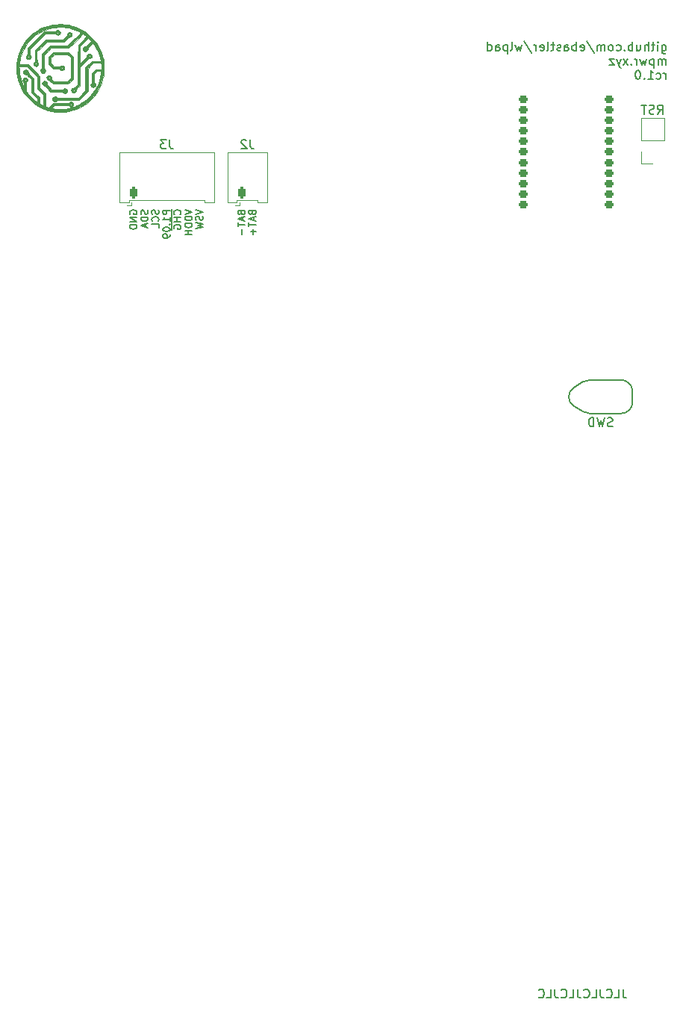
<source format=gbo>
G04 #@! TF.GenerationSoftware,KiCad,Pcbnew,(6.0.5)*
G04 #@! TF.CreationDate,2022-06-15T23:33:22+02:00*
G04 #@! TF.ProjectId,whalepad,7768616c-6570-4616-942e-6b696361645f,rev?*
G04 #@! TF.SameCoordinates,Original*
G04 #@! TF.FileFunction,Legend,Bot*
G04 #@! TF.FilePolarity,Positive*
%FSLAX46Y46*%
G04 Gerber Fmt 4.6, Leading zero omitted, Abs format (unit mm)*
G04 Created by KiCad (PCBNEW (6.0.5)) date 2022-06-15 23:33:22*
%MOMM*%
%LPD*%
G01*
G04 APERTURE LIST*
G04 Aperture macros list*
%AMRoundRect*
0 Rectangle with rounded corners*
0 $1 Rounding radius*
0 $2 $3 $4 $5 $6 $7 $8 $9 X,Y pos of 4 corners*
0 Add a 4 corners polygon primitive as box body*
4,1,4,$2,$3,$4,$5,$6,$7,$8,$9,$2,$3,0*
0 Add four circle primitives for the rounded corners*
1,1,$1+$1,$2,$3*
1,1,$1+$1,$4,$5*
1,1,$1+$1,$6,$7*
1,1,$1+$1,$8,$9*
0 Add four rect primitives between the rounded corners*
20,1,$1+$1,$2,$3,$4,$5,0*
20,1,$1+$1,$4,$5,$6,$7,0*
20,1,$1+$1,$6,$7,$8,$9,0*
20,1,$1+$1,$8,$9,$2,$3,0*%
G04 Aperture macros list end*
%ADD10C,0.150000*%
%ADD11C,0.200000*%
%ADD12C,0.120000*%
%ADD13C,0.010000*%
%ADD14C,3.987800*%
%ADD15C,1.750000*%
%ADD16C,2.200000*%
%ADD17C,2.300000*%
%ADD18C,4.000000*%
%ADD19C,0.650000*%
%ADD20O,1.000000X2.100000*%
%ADD21O,1.000000X1.600000*%
%ADD22RoundRect,0.200000X0.300000X0.200000X-0.300000X0.200000X-0.300000X-0.200000X0.300000X-0.200000X0*%
%ADD23C,0.990600*%
%ADD24C,0.787400*%
%ADD25R,1.700000X1.700000*%
%ADD26O,1.700000X1.700000*%
%ADD27RoundRect,0.200000X-0.200000X-0.450000X0.200000X-0.450000X0.200000X0.450000X-0.200000X0.450000X0*%
%ADD28O,0.800000X1.300000*%
G04 APERTURE END LIST*
D10*
X60044153Y-14336011D02*
X59901296Y-14383630D01*
X59663201Y-14383630D01*
X59567963Y-14336011D01*
X59520344Y-14288392D01*
X59472725Y-14193154D01*
X59472725Y-14097916D01*
X59520344Y-14002678D01*
X59567963Y-13955059D01*
X59663201Y-13907440D01*
X59853677Y-13859821D01*
X59948915Y-13812202D01*
X59996534Y-13764583D01*
X60044153Y-13669345D01*
X60044153Y-13574107D01*
X59996534Y-13478869D01*
X59948915Y-13431250D01*
X59853677Y-13383630D01*
X59615582Y-13383630D01*
X59472725Y-13431250D01*
X59139391Y-13383630D02*
X58901296Y-14383630D01*
X58710820Y-13669345D01*
X58520344Y-14383630D01*
X58282249Y-13383630D01*
X57901296Y-14383630D02*
X57901296Y-13383630D01*
X57663201Y-13383630D01*
X57520344Y-13431250D01*
X57425106Y-13526488D01*
X57377487Y-13621726D01*
X57329868Y-13812202D01*
X57329868Y-13955059D01*
X57377487Y-14145535D01*
X57425106Y-14240773D01*
X57520344Y-14336011D01*
X57663201Y-14383630D01*
X57901296Y-14383630D01*
X10061000Y10305500D02*
X10061000Y9505500D01*
X11010714Y9657880D02*
X11048809Y9695976D01*
X11086904Y9810261D01*
X11086904Y9886452D01*
X11048809Y10000738D01*
X10972619Y10076928D01*
X10896428Y10115023D01*
X10744047Y10153119D01*
X10629761Y10153119D01*
X10477380Y10115023D01*
X10401190Y10076928D01*
X10325000Y10000738D01*
X10286904Y9886452D01*
X10286904Y9810261D01*
X10325000Y9695976D01*
X10363095Y9657880D01*
X10061000Y9505500D02*
X10061000Y8667404D01*
X11086904Y9315023D02*
X10286904Y9315023D01*
X10667857Y9315023D02*
X10667857Y8857880D01*
X11086904Y8857880D02*
X10286904Y8857880D01*
X10061000Y8667404D02*
X10061000Y7867404D01*
X10325000Y8057880D02*
X10286904Y8134071D01*
X10286904Y8248357D01*
X10325000Y8362642D01*
X10401190Y8438833D01*
X10477380Y8476928D01*
X10629761Y8515023D01*
X10744047Y8515023D01*
X10896428Y8476928D01*
X10972619Y8438833D01*
X11048809Y8362642D01*
X11086904Y8248357D01*
X11086904Y8172166D01*
X11048809Y8057880D01*
X11010714Y8019785D01*
X10744047Y8019785D01*
X10744047Y8172166D01*
X8548809Y10153119D02*
X8586904Y10038833D01*
X8586904Y9848357D01*
X8548809Y9772166D01*
X8510714Y9734071D01*
X8434523Y9695976D01*
X8358333Y9695976D01*
X8282142Y9734071D01*
X8244047Y9772166D01*
X8205952Y9848357D01*
X8167857Y10000738D01*
X8129761Y10076928D01*
X8091666Y10115023D01*
X8015476Y10153119D01*
X7939285Y10153119D01*
X7863095Y10115023D01*
X7825000Y10076928D01*
X7786904Y10000738D01*
X7786904Y9810261D01*
X7825000Y9695976D01*
X8510714Y8895976D02*
X8548809Y8934071D01*
X8586904Y9048357D01*
X8586904Y9124547D01*
X8548809Y9238833D01*
X8472619Y9315023D01*
X8396428Y9353119D01*
X8244047Y9391214D01*
X8129761Y9391214D01*
X7977380Y9353119D01*
X7901190Y9315023D01*
X7825000Y9238833D01*
X7786904Y9124547D01*
X7786904Y9048357D01*
X7825000Y8934071D01*
X7863095Y8895976D01*
X8586904Y8172166D02*
X8586904Y8553119D01*
X7786904Y8553119D01*
X11536904Y10229309D02*
X12336904Y9962642D01*
X11536904Y9695976D01*
X12336904Y9429309D02*
X11536904Y9429309D01*
X11536904Y9238833D01*
X11575000Y9124547D01*
X11651190Y9048357D01*
X11727380Y9010261D01*
X11879761Y8972166D01*
X11994047Y8972166D01*
X12146428Y9010261D01*
X12222619Y9048357D01*
X12298809Y9124547D01*
X12336904Y9238833D01*
X12336904Y9429309D01*
X12336904Y8629309D02*
X11536904Y8629309D01*
X11536904Y8438833D01*
X11575000Y8324547D01*
X11651190Y8248357D01*
X11727380Y8210261D01*
X11879761Y8172166D01*
X11994047Y8172166D01*
X12146428Y8210261D01*
X12222619Y8248357D01*
X12298809Y8324547D01*
X12336904Y8438833D01*
X12336904Y8629309D01*
X12336904Y7829309D02*
X11536904Y7829309D01*
X11917857Y7829309D02*
X11917857Y7372166D01*
X12336904Y7372166D02*
X11536904Y7372166D01*
X65142619Y21066369D02*
X65475952Y21542559D01*
X65714047Y21066369D02*
X65714047Y22066369D01*
X65333095Y22066369D01*
X65237857Y22018750D01*
X65190238Y21971130D01*
X65142619Y21875892D01*
X65142619Y21733035D01*
X65190238Y21637797D01*
X65237857Y21590178D01*
X65333095Y21542559D01*
X65714047Y21542559D01*
X64761666Y21113988D02*
X64618809Y21066369D01*
X64380714Y21066369D01*
X64285476Y21113988D01*
X64237857Y21161607D01*
X64190238Y21256845D01*
X64190238Y21352083D01*
X64237857Y21447321D01*
X64285476Y21494940D01*
X64380714Y21542559D01*
X64571190Y21590178D01*
X64666428Y21637797D01*
X64714047Y21685416D01*
X64761666Y21780654D01*
X64761666Y21875892D01*
X64714047Y21971130D01*
X64666428Y22018750D01*
X64571190Y22066369D01*
X64333095Y22066369D01*
X64190238Y22018750D01*
X63904523Y22066369D02*
X63333095Y22066369D01*
X63618809Y21066369D02*
X63618809Y22066369D01*
X65642833Y28901296D02*
X65642833Y28091772D01*
X65690452Y27996534D01*
X65738071Y27948915D01*
X65833309Y27901296D01*
X65976166Y27901296D01*
X66071404Y27948915D01*
X65642833Y28282249D02*
X65738071Y28234630D01*
X65928547Y28234630D01*
X66023785Y28282249D01*
X66071404Y28329868D01*
X66119023Y28425106D01*
X66119023Y28710820D01*
X66071404Y28806058D01*
X66023785Y28853677D01*
X65928547Y28901296D01*
X65738071Y28901296D01*
X65642833Y28853677D01*
X65166642Y28234630D02*
X65166642Y28901296D01*
X65166642Y29234630D02*
X65214261Y29187011D01*
X65166642Y29139391D01*
X65119023Y29187011D01*
X65166642Y29234630D01*
X65166642Y29139391D01*
X64833309Y28901296D02*
X64452357Y28901296D01*
X64690452Y29234630D02*
X64690452Y28377487D01*
X64642833Y28282249D01*
X64547595Y28234630D01*
X64452357Y28234630D01*
X64119023Y28234630D02*
X64119023Y29234630D01*
X63690452Y28234630D02*
X63690452Y28758439D01*
X63738071Y28853677D01*
X63833309Y28901296D01*
X63976166Y28901296D01*
X64071404Y28853677D01*
X64119023Y28806058D01*
X62785690Y28901296D02*
X62785690Y28234630D01*
X63214261Y28901296D02*
X63214261Y28377487D01*
X63166642Y28282249D01*
X63071404Y28234630D01*
X62928547Y28234630D01*
X62833309Y28282249D01*
X62785690Y28329868D01*
X62309500Y28234630D02*
X62309500Y29234630D01*
X62309500Y28853677D02*
X62214261Y28901296D01*
X62023785Y28901296D01*
X61928547Y28853677D01*
X61880928Y28806058D01*
X61833309Y28710820D01*
X61833309Y28425106D01*
X61880928Y28329868D01*
X61928547Y28282249D01*
X62023785Y28234630D01*
X62214261Y28234630D01*
X62309500Y28282249D01*
X61404738Y28329868D02*
X61357119Y28282249D01*
X61404738Y28234630D01*
X61452357Y28282249D01*
X61404738Y28329868D01*
X61404738Y28234630D01*
X60499976Y28282249D02*
X60595214Y28234630D01*
X60785690Y28234630D01*
X60880928Y28282249D01*
X60928547Y28329868D01*
X60976166Y28425106D01*
X60976166Y28710820D01*
X60928547Y28806058D01*
X60880928Y28853677D01*
X60785690Y28901296D01*
X60595214Y28901296D01*
X60499976Y28853677D01*
X59928547Y28234630D02*
X60023785Y28282249D01*
X60071404Y28329868D01*
X60119023Y28425106D01*
X60119023Y28710820D01*
X60071404Y28806058D01*
X60023785Y28853677D01*
X59928547Y28901296D01*
X59785690Y28901296D01*
X59690452Y28853677D01*
X59642833Y28806058D01*
X59595214Y28710820D01*
X59595214Y28425106D01*
X59642833Y28329868D01*
X59690452Y28282249D01*
X59785690Y28234630D01*
X59928547Y28234630D01*
X59166642Y28234630D02*
X59166642Y28901296D01*
X59166642Y28806058D02*
X59119023Y28853677D01*
X59023785Y28901296D01*
X58880928Y28901296D01*
X58785690Y28853677D01*
X58738071Y28758439D01*
X58738071Y28234630D01*
X58738071Y28758439D02*
X58690452Y28853677D01*
X58595214Y28901296D01*
X58452357Y28901296D01*
X58357119Y28853677D01*
X58309500Y28758439D01*
X58309500Y28234630D01*
X57119023Y29282249D02*
X57976166Y27996534D01*
X56404738Y28282249D02*
X56499976Y28234630D01*
X56690452Y28234630D01*
X56785690Y28282249D01*
X56833309Y28377487D01*
X56833309Y28758439D01*
X56785690Y28853677D01*
X56690452Y28901296D01*
X56499976Y28901296D01*
X56404738Y28853677D01*
X56357119Y28758439D01*
X56357119Y28663201D01*
X56833309Y28567963D01*
X55928547Y28234630D02*
X55928547Y29234630D01*
X55928547Y28853677D02*
X55833309Y28901296D01*
X55642833Y28901296D01*
X55547595Y28853677D01*
X55499976Y28806058D01*
X55452357Y28710820D01*
X55452357Y28425106D01*
X55499976Y28329868D01*
X55547595Y28282249D01*
X55642833Y28234630D01*
X55833309Y28234630D01*
X55928547Y28282249D01*
X54595214Y28234630D02*
X54595214Y28758439D01*
X54642833Y28853677D01*
X54738071Y28901296D01*
X54928547Y28901296D01*
X55023785Y28853677D01*
X54595214Y28282249D02*
X54690452Y28234630D01*
X54928547Y28234630D01*
X55023785Y28282249D01*
X55071404Y28377487D01*
X55071404Y28472725D01*
X55023785Y28567963D01*
X54928547Y28615582D01*
X54690452Y28615582D01*
X54595214Y28663201D01*
X54166642Y28282249D02*
X54071404Y28234630D01*
X53880928Y28234630D01*
X53785690Y28282249D01*
X53738071Y28377487D01*
X53738071Y28425106D01*
X53785690Y28520344D01*
X53880928Y28567963D01*
X54023785Y28567963D01*
X54119023Y28615582D01*
X54166642Y28710820D01*
X54166642Y28758439D01*
X54119023Y28853677D01*
X54023785Y28901296D01*
X53880928Y28901296D01*
X53785690Y28853677D01*
X53452357Y28901296D02*
X53071404Y28901296D01*
X53309500Y29234630D02*
X53309500Y28377487D01*
X53261880Y28282249D01*
X53166642Y28234630D01*
X53071404Y28234630D01*
X52595214Y28234630D02*
X52690452Y28282249D01*
X52738071Y28377487D01*
X52738071Y29234630D01*
X51833309Y28282249D02*
X51928547Y28234630D01*
X52119023Y28234630D01*
X52214261Y28282249D01*
X52261880Y28377487D01*
X52261880Y28758439D01*
X52214261Y28853677D01*
X52119023Y28901296D01*
X51928547Y28901296D01*
X51833309Y28853677D01*
X51785690Y28758439D01*
X51785690Y28663201D01*
X52261880Y28567963D01*
X51357119Y28234630D02*
X51357119Y28901296D01*
X51357119Y28710820D02*
X51309500Y28806058D01*
X51261880Y28853677D01*
X51166642Y28901296D01*
X51071404Y28901296D01*
X50023785Y29282249D02*
X50880928Y27996534D01*
X49785690Y28901296D02*
X49595214Y28234630D01*
X49404738Y28710820D01*
X49214261Y28234630D01*
X49023785Y28901296D01*
X48499976Y28234630D02*
X48595214Y28282249D01*
X48642833Y28377487D01*
X48642833Y29234630D01*
X48119023Y28901296D02*
X48119023Y27901296D01*
X48119023Y28853677D02*
X48023785Y28901296D01*
X47833309Y28901296D01*
X47738071Y28853677D01*
X47690452Y28806058D01*
X47642833Y28710820D01*
X47642833Y28425106D01*
X47690452Y28329868D01*
X47738071Y28282249D01*
X47833309Y28234630D01*
X48023785Y28234630D01*
X48119023Y28282249D01*
X46785690Y28234630D02*
X46785690Y28758439D01*
X46833309Y28853677D01*
X46928547Y28901296D01*
X47119023Y28901296D01*
X47214261Y28853677D01*
X46785690Y28282249D02*
X46880928Y28234630D01*
X47119023Y28234630D01*
X47214261Y28282249D01*
X47261880Y28377487D01*
X47261880Y28472725D01*
X47214261Y28567963D01*
X47119023Y28615582D01*
X46880928Y28615582D01*
X46785690Y28663201D01*
X45880928Y28234630D02*
X45880928Y29234630D01*
X45880928Y28282249D02*
X45976166Y28234630D01*
X46166642Y28234630D01*
X46261880Y28282249D01*
X46309500Y28329868D01*
X46357119Y28425106D01*
X46357119Y28710820D01*
X46309500Y28806058D01*
X46261880Y28853677D01*
X46166642Y28901296D01*
X45976166Y28901296D01*
X45880928Y28853677D01*
X66071404Y26624630D02*
X66071404Y27291296D01*
X66071404Y27196058D02*
X66023785Y27243677D01*
X65928547Y27291296D01*
X65785690Y27291296D01*
X65690452Y27243677D01*
X65642833Y27148439D01*
X65642833Y26624630D01*
X65642833Y27148439D02*
X65595214Y27243677D01*
X65499976Y27291296D01*
X65357119Y27291296D01*
X65261880Y27243677D01*
X65214261Y27148439D01*
X65214261Y26624630D01*
X64738071Y27291296D02*
X64738071Y26291296D01*
X64738071Y27243677D02*
X64642833Y27291296D01*
X64452357Y27291296D01*
X64357119Y27243677D01*
X64309500Y27196058D01*
X64261880Y27100820D01*
X64261880Y26815106D01*
X64309500Y26719868D01*
X64357119Y26672249D01*
X64452357Y26624630D01*
X64642833Y26624630D01*
X64738071Y26672249D01*
X63928547Y27291296D02*
X63738071Y26624630D01*
X63547595Y27100820D01*
X63357119Y26624630D01*
X63166642Y27291296D01*
X62785690Y26624630D02*
X62785690Y27291296D01*
X62785690Y27100820D02*
X62738071Y27196058D01*
X62690452Y27243677D01*
X62595214Y27291296D01*
X62499976Y27291296D01*
X62166642Y26719868D02*
X62119023Y26672249D01*
X62166642Y26624630D01*
X62214261Y26672249D01*
X62166642Y26719868D01*
X62166642Y26624630D01*
X61785690Y26624630D02*
X61261880Y27291296D01*
X61785690Y27291296D02*
X61261880Y26624630D01*
X60976166Y27291296D02*
X60738071Y26624630D01*
X60499976Y27291296D02*
X60738071Y26624630D01*
X60833309Y26386534D01*
X60880928Y26338915D01*
X60976166Y26291296D01*
X60214261Y27291296D02*
X59690452Y27291296D01*
X60214261Y26624630D01*
X59690452Y26624630D01*
X66071404Y25014630D02*
X66071404Y25681296D01*
X66071404Y25490820D02*
X66023785Y25586058D01*
X65976166Y25633677D01*
X65880928Y25681296D01*
X65785690Y25681296D01*
X65023785Y25062249D02*
X65119023Y25014630D01*
X65309500Y25014630D01*
X65404738Y25062249D01*
X65452357Y25109868D01*
X65499976Y25205106D01*
X65499976Y25490820D01*
X65452357Y25586058D01*
X65404738Y25633677D01*
X65309500Y25681296D01*
X65119023Y25681296D01*
X65023785Y25633677D01*
X64071404Y25014630D02*
X64642833Y25014630D01*
X64357119Y25014630D02*
X64357119Y26014630D01*
X64452357Y25871772D01*
X64547595Y25776534D01*
X64642833Y25728915D01*
X63642833Y25109868D02*
X63595214Y25062249D01*
X63642833Y25014630D01*
X63690452Y25062249D01*
X63642833Y25109868D01*
X63642833Y25014630D01*
X62976166Y26014630D02*
X62880928Y26014630D01*
X62785690Y25967011D01*
X62738071Y25919391D01*
X62690452Y25824153D01*
X62642833Y25633677D01*
X62642833Y25395582D01*
X62690452Y25205106D01*
X62738071Y25109868D01*
X62785690Y25062249D01*
X62880928Y25014630D01*
X62976166Y25014630D01*
X63071404Y25062249D01*
X63119023Y25109868D01*
X63166642Y25205106D01*
X63214261Y25395582D01*
X63214261Y25633677D01*
X63166642Y25824153D01*
X63119023Y25919391D01*
X63071404Y25967011D01*
X62976166Y26014630D01*
X17917857Y9848357D02*
X17955952Y9734071D01*
X17994047Y9695976D01*
X18070238Y9657880D01*
X18184523Y9657880D01*
X18260714Y9695976D01*
X18298809Y9734071D01*
X18336904Y9810261D01*
X18336904Y10115023D01*
X17536904Y10115023D01*
X17536904Y9848357D01*
X17575000Y9772166D01*
X17613095Y9734071D01*
X17689285Y9695976D01*
X17765476Y9695976D01*
X17841666Y9734071D01*
X17879761Y9772166D01*
X17917857Y9848357D01*
X17917857Y10115023D01*
X18108333Y9353119D02*
X18108333Y8972166D01*
X18336904Y9429309D02*
X17536904Y9162642D01*
X18336904Y8895976D01*
X17536904Y8743595D02*
X17536904Y8286452D01*
X18336904Y8515023D02*
X17536904Y8515023D01*
X18032142Y8019785D02*
X18032142Y7410261D01*
X7298809Y10153119D02*
X7336904Y10038833D01*
X7336904Y9848357D01*
X7298809Y9772166D01*
X7260714Y9734071D01*
X7184523Y9695976D01*
X7108333Y9695976D01*
X7032142Y9734071D01*
X6994047Y9772166D01*
X6955952Y9848357D01*
X6917857Y10000738D01*
X6879761Y10076928D01*
X6841666Y10115023D01*
X6765476Y10153119D01*
X6689285Y10153119D01*
X6613095Y10115023D01*
X6575000Y10076928D01*
X6536904Y10000738D01*
X6536904Y9810261D01*
X6575000Y9695976D01*
X7336904Y9353119D02*
X6536904Y9353119D01*
X6536904Y9162642D01*
X6575000Y9048357D01*
X6651190Y8972166D01*
X6727380Y8934071D01*
X6879761Y8895976D01*
X6994047Y8895976D01*
X7146428Y8934071D01*
X7222619Y8972166D01*
X7298809Y9048357D01*
X7336904Y9162642D01*
X7336904Y9353119D01*
X7108333Y8591214D02*
X7108333Y8210261D01*
X7336904Y8667404D02*
X6536904Y8400738D01*
X7336904Y8134071D01*
X61226047Y-78175369D02*
X61226047Y-78889655D01*
X61273666Y-79032512D01*
X61368904Y-79127750D01*
X61511761Y-79175369D01*
X61607000Y-79175369D01*
X60273666Y-79175369D02*
X60749857Y-79175369D01*
X60749857Y-78175369D01*
X59368904Y-79080131D02*
X59416523Y-79127750D01*
X59559380Y-79175369D01*
X59654619Y-79175369D01*
X59797476Y-79127750D01*
X59892714Y-79032512D01*
X59940333Y-78937274D01*
X59987952Y-78746798D01*
X59987952Y-78603941D01*
X59940333Y-78413465D01*
X59892714Y-78318227D01*
X59797476Y-78222989D01*
X59654619Y-78175369D01*
X59559380Y-78175369D01*
X59416523Y-78222989D01*
X59368904Y-78270608D01*
X58654619Y-78175369D02*
X58654619Y-78889655D01*
X58702238Y-79032512D01*
X58797476Y-79127750D01*
X58940333Y-79175369D01*
X59035571Y-79175369D01*
X57702238Y-79175369D02*
X58178428Y-79175369D01*
X58178428Y-78175369D01*
X56797476Y-79080131D02*
X56845095Y-79127750D01*
X56987952Y-79175369D01*
X57083190Y-79175369D01*
X57226047Y-79127750D01*
X57321285Y-79032512D01*
X57368904Y-78937274D01*
X57416523Y-78746798D01*
X57416523Y-78603941D01*
X57368904Y-78413465D01*
X57321285Y-78318227D01*
X57226047Y-78222989D01*
X57083190Y-78175369D01*
X56987952Y-78175369D01*
X56845095Y-78222989D01*
X56797476Y-78270608D01*
X56083190Y-78175369D02*
X56083190Y-78889655D01*
X56130809Y-79032512D01*
X56226047Y-79127750D01*
X56368904Y-79175369D01*
X56464142Y-79175369D01*
X55130809Y-79175369D02*
X55607000Y-79175369D01*
X55607000Y-78175369D01*
X54226047Y-79080131D02*
X54273666Y-79127750D01*
X54416523Y-79175369D01*
X54511761Y-79175369D01*
X54654619Y-79127750D01*
X54749857Y-79032512D01*
X54797476Y-78937274D01*
X54845095Y-78746798D01*
X54845095Y-78603941D01*
X54797476Y-78413465D01*
X54749857Y-78318227D01*
X54654619Y-78222989D01*
X54511761Y-78175369D01*
X54416523Y-78175369D01*
X54273666Y-78222989D01*
X54226047Y-78270608D01*
X53511761Y-78175369D02*
X53511761Y-78889655D01*
X53559380Y-79032512D01*
X53654619Y-79127750D01*
X53797476Y-79175369D01*
X53892714Y-79175369D01*
X52559380Y-79175369D02*
X53035571Y-79175369D01*
X53035571Y-78175369D01*
X51654619Y-79080131D02*
X51702238Y-79127750D01*
X51845095Y-79175369D01*
X51940333Y-79175369D01*
X52083190Y-79127750D01*
X52178428Y-79032512D01*
X52226047Y-78937274D01*
X52273666Y-78746798D01*
X52273666Y-78603941D01*
X52226047Y-78413465D01*
X52178428Y-78318227D01*
X52083190Y-78222989D01*
X51940333Y-78175369D01*
X51845095Y-78175369D01*
X51702238Y-78222989D01*
X51654619Y-78270608D01*
X5325000Y9695976D02*
X5286904Y9772166D01*
X5286904Y9886452D01*
X5325000Y10000738D01*
X5401190Y10076928D01*
X5477380Y10115023D01*
X5629761Y10153119D01*
X5744047Y10153119D01*
X5896428Y10115023D01*
X5972619Y10076928D01*
X6048809Y10000738D01*
X6086904Y9886452D01*
X6086904Y9810261D01*
X6048809Y9695976D01*
X6010714Y9657880D01*
X5744047Y9657880D01*
X5744047Y9810261D01*
X6086904Y9315023D02*
X5286904Y9315023D01*
X6086904Y8857880D01*
X5286904Y8857880D01*
X6086904Y8476928D02*
X5286904Y8476928D01*
X5286904Y8286452D01*
X5325000Y8172166D01*
X5401190Y8095976D01*
X5477380Y8057880D01*
X5629761Y8019785D01*
X5744047Y8019785D01*
X5896428Y8057880D01*
X5972619Y8095976D01*
X6048809Y8172166D01*
X6086904Y8286452D01*
X6086904Y8476928D01*
X12786904Y10229309D02*
X13586904Y9962642D01*
X12786904Y9695976D01*
X13548809Y9467404D02*
X13586904Y9353119D01*
X13586904Y9162642D01*
X13548809Y9086452D01*
X13510714Y9048357D01*
X13434523Y9010261D01*
X13358333Y9010261D01*
X13282142Y9048357D01*
X13244047Y9086452D01*
X13205952Y9162642D01*
X13167857Y9315023D01*
X13129761Y9391214D01*
X13091666Y9429309D01*
X13015476Y9467404D01*
X12939285Y9467404D01*
X12863095Y9429309D01*
X12825000Y9391214D01*
X12786904Y9315023D01*
X12786904Y9124547D01*
X12825000Y9010261D01*
X12786904Y8743595D02*
X13586904Y8553119D01*
X13015476Y8400738D01*
X13586904Y8248357D01*
X12786904Y8057880D01*
X9836904Y10115023D02*
X9036904Y10115023D01*
X9036904Y9810261D01*
X9075000Y9734071D01*
X9113095Y9695976D01*
X9189285Y9657880D01*
X9303571Y9657880D01*
X9379761Y9695976D01*
X9417857Y9734071D01*
X9455952Y9810261D01*
X9455952Y10115023D01*
X9836904Y8895976D02*
X9836904Y9353119D01*
X9836904Y9124547D02*
X9036904Y9124547D01*
X9151190Y9200738D01*
X9227380Y9276928D01*
X9265476Y9353119D01*
X9760714Y8553119D02*
X9798809Y8515023D01*
X9836904Y8553119D01*
X9798809Y8591214D01*
X9760714Y8553119D01*
X9836904Y8553119D01*
X9036904Y8019785D02*
X9036904Y7943595D01*
X9075000Y7867404D01*
X9113095Y7829309D01*
X9189285Y7791214D01*
X9341666Y7753119D01*
X9532142Y7753119D01*
X9684523Y7791214D01*
X9760714Y7829309D01*
X9798809Y7867404D01*
X9836904Y7943595D01*
X9836904Y8019785D01*
X9798809Y8095976D01*
X9760714Y8134071D01*
X9684523Y8172166D01*
X9532142Y8210261D01*
X9341666Y8210261D01*
X9189285Y8172166D01*
X9113095Y8134071D01*
X9075000Y8095976D01*
X9036904Y8019785D01*
X9836904Y7372166D02*
X9836904Y7219785D01*
X9798809Y7143595D01*
X9760714Y7105500D01*
X9646428Y7029309D01*
X9494047Y6991214D01*
X9189285Y6991214D01*
X9113095Y7029309D01*
X9075000Y7067404D01*
X9036904Y7143595D01*
X9036904Y7295976D01*
X9075000Y7372166D01*
X9113095Y7410261D01*
X9189285Y7448357D01*
X9379761Y7448357D01*
X9455952Y7410261D01*
X9494047Y7372166D01*
X9532142Y7295976D01*
X9532142Y7143595D01*
X9494047Y7067404D01*
X9455952Y7029309D01*
X9379761Y6991214D01*
X19167857Y9848357D02*
X19205952Y9734071D01*
X19244047Y9695976D01*
X19320238Y9657880D01*
X19434523Y9657880D01*
X19510714Y9695976D01*
X19548809Y9734071D01*
X19586904Y9810261D01*
X19586904Y10115023D01*
X18786904Y10115023D01*
X18786904Y9848357D01*
X18825000Y9772166D01*
X18863095Y9734071D01*
X18939285Y9695976D01*
X19015476Y9695976D01*
X19091666Y9734071D01*
X19129761Y9772166D01*
X19167857Y9848357D01*
X19167857Y10115023D01*
X19358333Y9353119D02*
X19358333Y8972166D01*
X19586904Y9429309D02*
X18786904Y9162642D01*
X19586904Y8895976D01*
X18786904Y8743595D02*
X18786904Y8286452D01*
X19586904Y8515023D02*
X18786904Y8515023D01*
X19282142Y8019785D02*
X19282142Y7410261D01*
X19586904Y7715023D02*
X18977380Y7715023D01*
G04 #@! TO.C,J3*
X9808333Y18118619D02*
X9808333Y17404333D01*
X9855952Y17261476D01*
X9951190Y17166238D01*
X10094047Y17118619D01*
X10189285Y17118619D01*
X9427380Y18118619D02*
X8808333Y18118619D01*
X9141666Y17737666D01*
X8998809Y17737666D01*
X8903571Y17690047D01*
X8855952Y17642428D01*
X8808333Y17547190D01*
X8808333Y17309095D01*
X8855952Y17213857D01*
X8903571Y17166238D01*
X8998809Y17118619D01*
X9284523Y17118619D01*
X9379761Y17166238D01*
X9427380Y17213857D01*
G04 #@! TO.C,J2*
X18933333Y18118619D02*
X18933333Y17404333D01*
X18980952Y17261476D01*
X19076190Y17166238D01*
X19219047Y17118619D01*
X19314285Y17118619D01*
X18504761Y18023380D02*
X18457142Y18071000D01*
X18361904Y18118619D01*
X18123809Y18118619D01*
X18028571Y18071000D01*
X17980952Y18023380D01*
X17933333Y17928142D01*
X17933333Y17832904D01*
X17980952Y17690047D01*
X18552380Y17118619D01*
X17933333Y17118619D01*
D11*
G04 #@! TO.C,J4*
X55660134Y-12057692D02*
X56710279Y-12690667D01*
X55067511Y-10992440D02*
X55067511Y-11008538D01*
X56710279Y-9310311D02*
X55660134Y-9943286D01*
X61006511Y-9094989D02*
X57484619Y-9094989D01*
X57484619Y-12905989D02*
X61006511Y-12905989D01*
X62306511Y-11605988D02*
X62306511Y-10394990D01*
X62306511Y-10394991D02*
G75*
G03*
X61006511Y-9094989I-1300000J2D01*
G01*
X61006512Y-12905989D02*
G75*
G03*
X62306511Y-11605988I-1J1300000D01*
G01*
X55660134Y-9943286D02*
G75*
G03*
X55067511Y-10992440I632373J-1049152D01*
G01*
X57484619Y-9094989D02*
G75*
G03*
X56710279Y-9310311I2J-1500008D01*
G01*
X55067511Y-11008538D02*
G75*
G03*
X55660134Y-12057692I1225000J0D01*
G01*
X56710279Y-12690667D02*
G75*
G03*
X57484619Y-12905989I774342J1284686D01*
G01*
D12*
G04 #@! TO.C,J5*
X63265000Y20638750D02*
X65925000Y20638750D01*
X63265000Y18038750D02*
X63265000Y20638750D01*
X65925000Y18038750D02*
X65925000Y20638750D01*
X63265000Y16768750D02*
X63265000Y15438750D01*
X63265000Y18038750D02*
X65925000Y18038750D01*
X63265000Y15438750D02*
X64595000Y15438750D01*
G04 #@! TO.C,J3*
X5475000Y10703000D02*
X4975000Y10703000D01*
X9475000Y11293000D02*
X5185000Y11293000D01*
X14835000Y10993000D02*
X14835000Y16713000D01*
X4115000Y10993000D02*
X4115000Y16713000D01*
X4115000Y16713000D02*
X9475000Y16713000D01*
X5185000Y10993000D02*
X4115000Y10993000D01*
X13765000Y10993000D02*
X14835000Y10993000D01*
X14835000Y16713000D02*
X9475000Y16713000D01*
X5185000Y11293000D02*
X5185000Y10993000D01*
X5475000Y11003000D02*
X5475000Y10703000D01*
X13765000Y11293000D02*
X13765000Y10993000D01*
X9475000Y11293000D02*
X13765000Y11293000D01*
G04 #@! TO.C,J2*
X17435000Y10993000D02*
X16365000Y10993000D01*
X17725000Y11003000D02*
X17725000Y10703000D01*
X20835000Y10993000D02*
X20835000Y16713000D01*
X19765000Y11293000D02*
X19765000Y10993000D01*
X17435000Y11293000D02*
X17435000Y10993000D01*
X20835000Y16713000D02*
X18600000Y16713000D01*
X18600000Y11293000D02*
X19765000Y11293000D01*
X16365000Y16713000D02*
X18600000Y16713000D01*
X17725000Y10703000D02*
X17225000Y10703000D01*
X18600000Y11293000D02*
X17435000Y11293000D01*
X19765000Y10993000D02*
X20835000Y10993000D01*
X16365000Y10993000D02*
X16365000Y16713000D01*
G04 #@! TO.C,G\u002A\u002A\u002A*
G36*
X-1889027Y23501428D02*
G01*
X-1966762Y23436153D01*
X-2064378Y23405238D01*
X-2169751Y23410006D01*
X-2267272Y23448785D01*
X-2343605Y23518655D01*
X-2351456Y23527470D01*
X-2367251Y23537080D01*
X-2393604Y23544518D01*
X-2435371Y23550067D01*
X-2497411Y23554008D01*
X-2584580Y23556622D01*
X-2701738Y23558190D01*
X-2853741Y23558995D01*
X-3045447Y23559317D01*
X-3718175Y23559868D01*
X-3823084Y23677522D01*
X-2202733Y23677522D01*
X-2184307Y23639118D01*
X-2151402Y23602363D01*
X-2100999Y23586763D01*
X-2049827Y23614946D01*
X-2016772Y23670929D01*
X-2024634Y23724248D01*
X-2072021Y23764539D01*
X-2102477Y23776452D01*
X-2137363Y23773789D01*
X-2172876Y23738580D01*
X-2192864Y23711672D01*
X-2202733Y23677522D01*
X-3823084Y23677522D01*
X-4025625Y23904668D01*
X-4104996Y23993281D01*
X-4192247Y24088830D01*
X-4258261Y24157712D01*
X-4307538Y24204072D01*
X-4344575Y24232055D01*
X-4373874Y24245805D01*
X-4399933Y24249467D01*
X-4474413Y24260029D01*
X-4560730Y24304850D01*
X-4624192Y24377067D01*
X-4660185Y24468224D01*
X-4661845Y24511378D01*
X-4481857Y24511378D01*
X-4446114Y24464587D01*
X-4405126Y24435028D01*
X-4364332Y24434782D01*
X-4318574Y24473579D01*
X-4291259Y24517173D01*
X-4299899Y24555642D01*
X-4338771Y24602473D01*
X-4389081Y24621485D01*
X-4440994Y24595999D01*
X-4476028Y24555797D01*
X-4481857Y24511378D01*
X-4661845Y24511378D01*
X-4664095Y24569864D01*
X-4631307Y24673530D01*
X-4624797Y24685231D01*
X-4560769Y24753971D01*
X-4475245Y24794142D01*
X-4379330Y24805813D01*
X-4284133Y24789051D01*
X-4200761Y24743925D01*
X-4140321Y24670504D01*
X-4139802Y24669492D01*
X-4116429Y24592864D01*
X-4111868Y24517173D01*
X-4111034Y24503317D01*
X-4111064Y24502829D01*
X-4112260Y24465862D01*
X-4108090Y24433459D01*
X-4094522Y24399301D01*
X-4067523Y24357071D01*
X-4023061Y24300450D01*
X-3957104Y24223119D01*
X-3865620Y24118760D01*
X-3614130Y23833005D01*
X-3231679Y23818497D01*
X-3183774Y23816701D01*
X-2966134Y23809257D01*
X-2788366Y23804693D01*
X-2646622Y23803120D01*
X-2537055Y23804646D01*
X-2455817Y23809384D01*
X-2399061Y23817442D01*
X-2362939Y23828932D01*
X-2343605Y23843964D01*
X-2276363Y23908873D01*
X-2180067Y23951241D01*
X-2073788Y23957997D01*
X-1969386Y23926525D01*
X-1894343Y23871578D01*
X-1849491Y23793294D01*
X-1835456Y23686708D01*
X-1837206Y23670929D01*
X-1845681Y23594465D01*
X-1889027Y23501428D01*
G37*
D13*
X-1889027Y23501428D02*
X-1966762Y23436153D01*
X-2064378Y23405238D01*
X-2169751Y23410006D01*
X-2267272Y23448785D01*
X-2343605Y23518655D01*
X-2351456Y23527470D01*
X-2367251Y23537080D01*
X-2393604Y23544518D01*
X-2435371Y23550067D01*
X-2497411Y23554008D01*
X-2584580Y23556622D01*
X-2701738Y23558190D01*
X-2853741Y23558995D01*
X-3045447Y23559317D01*
X-3718175Y23559868D01*
X-3823084Y23677522D01*
X-2202733Y23677522D01*
X-2184307Y23639118D01*
X-2151402Y23602363D01*
X-2100999Y23586763D01*
X-2049827Y23614946D01*
X-2016772Y23670929D01*
X-2024634Y23724248D01*
X-2072021Y23764539D01*
X-2102477Y23776452D01*
X-2137363Y23773789D01*
X-2172876Y23738580D01*
X-2192864Y23711672D01*
X-2202733Y23677522D01*
X-3823084Y23677522D01*
X-4025625Y23904668D01*
X-4104996Y23993281D01*
X-4192247Y24088830D01*
X-4258261Y24157712D01*
X-4307538Y24204072D01*
X-4344575Y24232055D01*
X-4373874Y24245805D01*
X-4399933Y24249467D01*
X-4474413Y24260029D01*
X-4560730Y24304850D01*
X-4624192Y24377067D01*
X-4660185Y24468224D01*
X-4661845Y24511378D01*
X-4481857Y24511378D01*
X-4446114Y24464587D01*
X-4405126Y24435028D01*
X-4364332Y24434782D01*
X-4318574Y24473579D01*
X-4291259Y24517173D01*
X-4299899Y24555642D01*
X-4338771Y24602473D01*
X-4389081Y24621485D01*
X-4440994Y24595999D01*
X-4476028Y24555797D01*
X-4481857Y24511378D01*
X-4661845Y24511378D01*
X-4664095Y24569864D01*
X-4631307Y24673530D01*
X-4624797Y24685231D01*
X-4560769Y24753971D01*
X-4475245Y24794142D01*
X-4379330Y24805813D01*
X-4284133Y24789051D01*
X-4200761Y24743925D01*
X-4140321Y24670504D01*
X-4139802Y24669492D01*
X-4116429Y24592864D01*
X-4111868Y24517173D01*
X-4111034Y24503317D01*
X-4111064Y24502829D01*
X-4112260Y24465862D01*
X-4108090Y24433459D01*
X-4094522Y24399301D01*
X-4067523Y24357071D01*
X-4023061Y24300450D01*
X-3957104Y24223119D01*
X-3865620Y24118760D01*
X-3614130Y23833005D01*
X-3231679Y23818497D01*
X-3183774Y23816701D01*
X-2966134Y23809257D01*
X-2788366Y23804693D01*
X-2646622Y23803120D01*
X-2537055Y23804646D01*
X-2455817Y23809384D01*
X-2399061Y23817442D01*
X-2362939Y23828932D01*
X-2343605Y23843964D01*
X-2276363Y23908873D01*
X-2180067Y23951241D01*
X-2073788Y23957997D01*
X-1969386Y23926525D01*
X-1894343Y23871578D01*
X-1849491Y23793294D01*
X-1835456Y23686708D01*
X-1837206Y23670929D01*
X-1845681Y23594465D01*
X-1889027Y23501428D01*
G36*
X2300936Y25408124D02*
G01*
X2205549Y24974867D01*
X2072398Y24551453D01*
X1902101Y24140686D01*
X1695281Y23745372D01*
X1452556Y23368313D01*
X1174547Y23012314D01*
X861874Y22680180D01*
X515158Y22374713D01*
X440668Y22316320D01*
X73201Y22061280D01*
X-321065Y21838016D01*
X-736179Y21648998D01*
X-1166193Y21496691D01*
X-1605157Y21383564D01*
X-2047123Y21312083D01*
X-2113326Y21305763D01*
X-2267851Y21296506D01*
X-2446018Y21291167D01*
X-2634225Y21289780D01*
X-2818867Y21292373D01*
X-2986342Y21298980D01*
X-3123045Y21309629D01*
X-3561538Y21376511D01*
X-4014225Y21487601D01*
X-4450601Y21638337D01*
X-4868414Y21827141D01*
X-5265415Y22052438D01*
X-5639352Y22312654D01*
X-5987975Y22606212D01*
X-6309033Y22931538D01*
X-6600274Y23287055D01*
X-6859449Y23671188D01*
X-7084307Y24082362D01*
X-7248755Y24459025D01*
X-7394716Y24895514D01*
X-7499257Y25342108D01*
X-7562386Y25795478D01*
X-7584112Y26252297D01*
X-7576336Y26432976D01*
X-7278884Y26432976D01*
X-7264596Y26115476D01*
X-7264404Y26111250D01*
X-7256130Y25971157D01*
X-7244356Y25823825D01*
X-7230623Y25686516D01*
X-7216473Y25576492D01*
X-7166925Y25312815D01*
X-7095514Y25028287D01*
X-7008101Y24747080D01*
X-6908964Y24482904D01*
X-6802379Y24249467D01*
X-6717157Y24082362D01*
X-6716043Y24368805D01*
X-6715954Y24486201D01*
X-6717650Y24567986D01*
X-6722470Y24621749D01*
X-6731748Y24655779D01*
X-6746819Y24678364D01*
X-6769018Y24697793D01*
X-6812884Y24743532D01*
X-6854202Y24832159D01*
X-6860617Y24904320D01*
X-6659228Y24904320D01*
X-6658432Y24883181D01*
X-6643858Y24846715D01*
X-6601619Y24833209D01*
X-6574084Y24833090D01*
X-6523027Y24855172D01*
X-6497410Y24898131D01*
X-6502172Y24948638D01*
X-6542254Y24993369D01*
X-6558527Y25001448D01*
X-6607606Y25000693D01*
X-6644606Y24965703D01*
X-6659228Y24904320D01*
X-6860617Y24904320D01*
X-6863057Y24931767D01*
X-6839071Y25030098D01*
X-6781867Y25114891D01*
X-6760650Y25134178D01*
X-6669041Y25184852D01*
X-6570249Y25198440D01*
X-6474324Y25176734D01*
X-6391319Y25121525D01*
X-6331283Y25034603D01*
X-6322367Y25013086D01*
X-6299300Y24905553D01*
X-6300784Y24898131D01*
X-6318737Y24808312D01*
X-6381429Y24716602D01*
X-6447561Y24645807D01*
X-6447561Y23622977D01*
X-6310160Y23440477D01*
X-6301848Y23429545D01*
X-6208149Y23315570D01*
X-6089457Y23183487D01*
X-5954585Y23042106D01*
X-5812345Y22900240D01*
X-5671549Y22766701D01*
X-5541008Y22650301D01*
X-5429534Y22559851D01*
X-5374237Y22518652D01*
X-5305728Y22468997D01*
X-5256486Y22435034D01*
X-5234578Y22422450D01*
X-5232022Y22426612D01*
X-5226951Y22463609D01*
X-5223437Y22530658D01*
X-5222123Y22617685D01*
X-5222123Y22812919D01*
X-5556333Y23146573D01*
X-5890544Y23480226D01*
X-5890544Y24996540D01*
X-6163804Y25269144D01*
X-6261243Y25365942D01*
X-6335724Y25437975D01*
X-6390623Y25487054D01*
X-6431903Y25517576D01*
X-6465528Y25533935D01*
X-6497460Y25540527D01*
X-6533664Y25541748D01*
X-6590707Y25545572D01*
X-6646693Y25566883D01*
X-6704260Y25615745D01*
X-6711885Y25623573D01*
X-6775946Y25718397D01*
X-6792111Y25797724D01*
X-6603944Y25797724D01*
X-6576789Y25746731D01*
X-6561187Y25734859D01*
X-6514403Y25719994D01*
X-6489230Y25723892D01*
X-6446849Y25755319D01*
X-6426874Y25805322D01*
X-6433229Y25858197D01*
X-6469842Y25898239D01*
X-6518680Y25909526D01*
X-6566587Y25890884D01*
X-6597776Y25849696D01*
X-6603944Y25797724D01*
X-6792111Y25797724D01*
X-6796797Y25820720D01*
X-6773776Y25927571D01*
X-6737250Y25989776D01*
X-6660551Y26056389D01*
X-6565532Y26091389D01*
X-6462727Y26091547D01*
X-6362668Y26053633D01*
X-6336904Y26035053D01*
X-6275209Y25962058D01*
X-6236655Y25872554D01*
X-6231523Y25805322D01*
X-6229905Y25784125D01*
X-6230821Y25769308D01*
X-6225094Y25742920D01*
X-6206924Y25709960D01*
X-6172373Y25665566D01*
X-6117504Y25604877D01*
X-6038380Y25523032D01*
X-5931064Y25415171D01*
X-5623175Y25107871D01*
X-5623175Y23591610D01*
X-5300105Y23269117D01*
X-4977035Y22946623D01*
X-4977035Y22248337D01*
X-4756132Y22134867D01*
X-4678319Y22095320D01*
X-4600996Y22057016D01*
X-4546102Y22030993D01*
X-4522185Y22021397D01*
X-4521757Y22021728D01*
X-4518400Y22048117D01*
X-4515385Y22112714D01*
X-4512832Y22209859D01*
X-4510860Y22333890D01*
X-4509590Y22479146D01*
X-4509140Y22639965D01*
X-4509140Y23258533D01*
X-4843351Y23592187D01*
X-5177561Y23925840D01*
X-5177561Y25240655D01*
X-5773415Y25836815D01*
X-6369269Y26432976D01*
X-7278884Y26432976D01*
X-7576336Y26432976D01*
X-7564446Y26709237D01*
X-7561224Y26733184D01*
X-7241436Y26733184D01*
X-7237790Y26699154D01*
X-7235209Y26697377D01*
X-7198902Y26691025D01*
X-7124855Y26685693D01*
X-7018487Y26681605D01*
X-6885217Y26678987D01*
X-6730462Y26678064D01*
X-6236168Y26678064D01*
X-5573181Y26015352D01*
X-4910193Y25352641D01*
X-4910193Y24037224D01*
X-4264633Y23392816D01*
X-4263577Y23258533D01*
X-4258772Y22647195D01*
X-4252912Y21901573D01*
X-3906534Y21789201D01*
X-3656041Y22038983D01*
X-3507127Y22187475D01*
X-1473552Y22187475D01*
X-1473532Y22137579D01*
X-1443401Y22095058D01*
X-1416867Y22077665D01*
X-1389842Y22065959D01*
X-1373671Y22071768D01*
X-1336283Y22095058D01*
X-1326943Y22103228D01*
X-1305024Y22152407D01*
X-1313578Y22208651D01*
X-1350851Y22252955D01*
X-1364241Y22259775D01*
X-1411776Y22260737D01*
X-1450590Y22232582D01*
X-1473552Y22187475D01*
X-3507127Y22187475D01*
X-3405548Y22288766D01*
X-1673751Y22288766D01*
X-1587434Y22366748D01*
X-1526127Y22415520D01*
X-1470303Y22438899D01*
X-1399812Y22444731D01*
X-1376898Y22443992D01*
X-1298202Y22432756D01*
X-1235775Y22412291D01*
X-1213028Y22397377D01*
X-1157800Y22335914D01*
X-1116459Y22256650D01*
X-1100193Y22178849D01*
X-1102125Y22152407D01*
X-1102832Y22142727D01*
X-1136640Y22045380D01*
X-1202004Y21964168D01*
X-1289534Y21908524D01*
X-1389842Y21887880D01*
X-1453230Y21897645D01*
X-1528193Y21926845D01*
X-1591518Y21967229D01*
X-1626921Y22010384D01*
X-1634068Y22018455D01*
X-1653089Y22025718D01*
X-1687808Y22031475D01*
X-1742349Y22035893D01*
X-1820835Y22039137D01*
X-1927388Y22041372D01*
X-2066133Y22042763D01*
X-2241191Y22043477D01*
X-2456687Y22043678D01*
X-3273676Y22043678D01*
X-3437331Y21878924D01*
X-3503487Y21812673D01*
X-3549499Y21762436D01*
X-3567345Y21728234D01*
X-3553913Y21705139D01*
X-3506093Y21688223D01*
X-3420773Y21672556D01*
X-3294842Y21653211D01*
X-3249485Y21647041D01*
X-3140112Y21635969D01*
X-3007752Y21625976D01*
X-2862033Y21617459D01*
X-2712579Y21610817D01*
X-2569016Y21606445D01*
X-2440969Y21604740D01*
X-2338065Y21606101D01*
X-2269930Y21610924D01*
X-2250610Y21613516D01*
X-2183203Y21621970D01*
X-2092118Y21632946D01*
X-1991421Y21644734D01*
X-1944940Y21650667D01*
X-1766649Y21681068D01*
X-1566315Y21724715D01*
X-1358397Y21777982D01*
X-1157355Y21837244D01*
X-977649Y21898876D01*
X-885660Y21934511D01*
X-478087Y22120756D01*
X-93366Y22343429D01*
X266483Y22600042D01*
X599443Y22888110D01*
X903495Y23205147D01*
X1176622Y23548666D01*
X1416806Y23916182D01*
X1622027Y24305209D01*
X1790269Y24713260D01*
X1919513Y25137850D01*
X2007741Y25576492D01*
X2012722Y25609071D01*
X2030869Y25725755D01*
X2039877Y25806213D01*
X2035239Y25857105D01*
X2012450Y25885093D01*
X1967006Y25896837D01*
X1894401Y25898999D01*
X1790131Y25898239D01*
X1538875Y25898239D01*
X1389078Y25747285D01*
X1239281Y25596332D01*
X1239281Y25123208D01*
X1239339Y25024276D01*
X1239931Y24890910D01*
X1241614Y24792427D01*
X1244938Y24722772D01*
X1250451Y24675889D01*
X1258699Y24645721D01*
X1270232Y24626214D01*
X1285597Y24611311D01*
X1333276Y24560357D01*
X1379097Y24469038D01*
X1394000Y24372011D01*
X1394396Y24369431D01*
X1379687Y24272178D01*
X1335481Y24187921D01*
X1262291Y24127301D01*
X1243716Y24118817D01*
X1153011Y24097630D01*
X1056520Y24099146D01*
X976140Y24123645D01*
X926286Y24159950D01*
X868458Y24239751D01*
X841822Y24334698D01*
X842619Y24350331D01*
X1024519Y24350331D01*
X1050412Y24315739D01*
X1083411Y24286963D01*
X1118599Y24271748D01*
X1160456Y24289038D01*
X1199705Y24328896D01*
X1217000Y24372011D01*
X1200471Y24414311D01*
X1160297Y24454615D01*
X1115659Y24472274D01*
X1083371Y24456285D01*
X1047472Y24416002D01*
X1026526Y24380494D01*
X1024519Y24350331D01*
X842619Y24350331D01*
X846879Y24433914D01*
X884132Y24526524D01*
X954083Y24601652D01*
X963812Y24610350D01*
X974190Y24627831D01*
X981911Y24657020D01*
X987363Y24703393D01*
X990931Y24772425D01*
X993001Y24869591D01*
X993960Y25000367D01*
X994193Y25170228D01*
X994193Y25709689D01*
X1211829Y25926508D01*
X1429464Y26143327D01*
X2070530Y26143327D01*
X2055693Y26454124D01*
X2053996Y26488235D01*
X2047397Y26600624D01*
X2040298Y26696095D01*
X2033449Y26765447D01*
X2027597Y26799475D01*
X2025014Y26804428D01*
X2010508Y26815356D01*
X1980371Y26823259D01*
X1928819Y26828585D01*
X1850065Y26831785D01*
X1738327Y26833306D01*
X1587818Y26833598D01*
X1161299Y26833166D01*
X843799Y26530817D01*
X526299Y26228467D01*
X526299Y23636385D01*
X19235Y23129681D01*
X-394270Y22716469D01*
X-487829Y22622976D01*
X-2976499Y22622976D01*
X-3019045Y22568887D01*
X-3032119Y22554229D01*
X-3105798Y22504347D01*
X-3197053Y22475624D01*
X-3285601Y22475189D01*
X-3360032Y22499126D01*
X-3441404Y22560883D01*
X-3497243Y22658205D01*
X-3511023Y22695717D01*
X-3523237Y22746960D01*
X-3522542Y22753402D01*
X-3324850Y22753402D01*
X-3305094Y22699888D01*
X-3287450Y22684885D01*
X-3238367Y22669226D01*
X-3188734Y22674140D01*
X-3158574Y22699657D01*
X-3153518Y22716469D01*
X-3156027Y22774787D01*
X-3184036Y22820602D01*
X-3227940Y22843268D01*
X-3278131Y22832141D01*
X-3306118Y22806874D01*
X-3324850Y22753402D01*
X-3522542Y22753402D01*
X-3518158Y22794007D01*
X-3495602Y22859412D01*
X-3465928Y22923568D01*
X-3424182Y22969580D01*
X-3356610Y23006288D01*
X-3335616Y23014970D01*
X-3224091Y23038358D01*
X-3123467Y23018561D01*
X-3033547Y22955548D01*
X-2968344Y22890345D01*
X-576156Y22890345D01*
X-158613Y23308322D01*
X258930Y23726300D01*
X258930Y26338729D01*
X651781Y26708923D01*
X1044631Y27079117D01*
X1974544Y27079117D01*
X1974402Y27129248D01*
X1974131Y27136486D01*
X1964861Y27197357D01*
X1944290Y27289424D01*
X1914988Y27403444D01*
X1879522Y27530173D01*
X1840462Y27660368D01*
X1800376Y27784784D01*
X1761833Y27894180D01*
X1734495Y27964974D01*
X1638799Y28187022D01*
X1527662Y28414052D01*
X1407562Y28633989D01*
X1284973Y28834760D01*
X1166374Y29004290D01*
X1090639Y29103478D01*
X808469Y28820681D01*
X717252Y28728859D01*
X640859Y28650076D01*
X588063Y28591758D01*
X554533Y28548201D01*
X535936Y28513703D01*
X527941Y28482560D01*
X526215Y28449070D01*
X525355Y28436711D01*
X523484Y28409779D01*
X490122Y28308391D01*
X425402Y28225338D01*
X337643Y28169208D01*
X235162Y28148590D01*
X206407Y28151206D01*
X125753Y28178520D01*
X51103Y28226571D01*
X1721Y28284172D01*
X-16290Y28328108D01*
X-31024Y28425794D01*
X148187Y28425794D01*
X174263Y28375853D01*
X177283Y28372994D01*
X228586Y28350822D01*
X284785Y28357931D01*
X324908Y28392064D01*
X338326Y28436711D01*
X321441Y28487889D01*
X267324Y28518902D01*
X249481Y28521955D01*
X193703Y28511001D01*
X157303Y28474896D01*
X148187Y28425794D01*
X-31024Y28425794D01*
X-31694Y28430233D01*
X-17283Y28530915D01*
X25712Y28613288D01*
X69506Y28654258D01*
X141929Y28697192D01*
X215802Y28720588D01*
X275310Y28717820D01*
X277251Y28717257D01*
X303064Y28724475D01*
X347349Y28754987D01*
X412966Y28811225D01*
X502778Y28895623D01*
X619645Y29010613D01*
X927157Y29317536D01*
X754938Y29490772D01*
X582719Y29664007D01*
X-342649Y28739427D01*
X-342649Y26756538D01*
X36123Y27134818D01*
X54189Y27152864D01*
X169207Y27268146D01*
X256783Y27357332D01*
X320648Y27425030D01*
X364537Y27475848D01*
X392182Y27514394D01*
X407316Y27545273D01*
X413670Y27573095D01*
X414978Y27602467D01*
X417754Y27622520D01*
X602889Y27622520D01*
X621912Y27584369D01*
X622596Y27583342D01*
X670032Y27540259D01*
X723815Y27530229D01*
X769606Y27556006D01*
X788136Y27591603D01*
X780958Y27646796D01*
X734028Y27696377D01*
X706119Y27712423D01*
X675394Y27712157D01*
X637702Y27680696D01*
X612718Y27653239D01*
X602889Y27622520D01*
X417754Y27622520D01*
X426779Y27687715D01*
X472185Y27781220D01*
X544012Y27851557D01*
X634061Y27893492D01*
X734132Y27901791D01*
X836026Y27871220D01*
X911431Y27813226D01*
X957155Y27727750D01*
X971913Y27612409D01*
X971748Y27591753D01*
X971733Y27591603D01*
X965197Y27524462D01*
X942834Y27475071D01*
X896158Y27422239D01*
X893160Y27419252D01*
X838596Y27372522D01*
X785915Y27351418D01*
X712148Y27346485D01*
X603892Y27346485D01*
X132420Y26873020D01*
X-339053Y26399555D01*
X-354821Y25337985D01*
X-370588Y24276415D01*
X-589871Y24057955D01*
X-599763Y24048088D01*
X-686887Y23959449D01*
X-745850Y23894827D01*
X-780932Y23848659D01*
X-796418Y23815384D01*
X-796590Y23789436D01*
X-792754Y23762571D01*
X-800952Y23706421D01*
X-804798Y23680070D01*
X-843806Y23595524D01*
X-902863Y23526074D01*
X-936845Y23500983D01*
X-998390Y23476363D01*
X-1081850Y23469643D01*
X-1094048Y23469702D01*
X-1164141Y23475625D01*
X-1214793Y23497384D01*
X-1267769Y23543640D01*
X-1278707Y23555181D01*
X-1328890Y23625969D01*
X-1356467Y23696003D01*
X-1357288Y23723894D01*
X-1167434Y23723894D01*
X-1140298Y23674625D01*
X-1124695Y23662753D01*
X-1077912Y23647888D01*
X-1024130Y23664460D01*
X-995495Y23706421D01*
X-996707Y23760473D01*
X-1031497Y23813316D01*
X-1047607Y23825278D01*
X-1095466Y23835131D01*
X-1136841Y23814569D01*
X-1163556Y23774016D01*
X-1167434Y23723894D01*
X-1357288Y23723894D01*
X-1358824Y23776114D01*
X-1327977Y23872190D01*
X-1265934Y23951922D01*
X-1180218Y24006365D01*
X-1078353Y24026577D01*
X-1071824Y24026668D01*
X-1035549Y24031813D01*
X-998089Y24048617D01*
X-952125Y24082297D01*
X-890340Y24138070D01*
X-805414Y24221152D01*
X-610017Y24415644D01*
X-609999Y25117950D01*
X-609996Y25132432D01*
X-609724Y25285452D01*
X-609040Y25476153D01*
X-607984Y25698349D01*
X-606594Y25945854D01*
X-604909Y26212481D01*
X-602969Y26492045D01*
X-600811Y26778357D01*
X-598476Y27065233D01*
X-596001Y27346485D01*
X-582020Y28872713D01*
X-101164Y29357096D01*
X14545Y29474484D01*
X140600Y29604926D01*
X239264Y29710363D01*
X309276Y29789408D01*
X349376Y29840671D01*
X358302Y29862766D01*
X345720Y29873643D01*
X301842Y29908584D01*
X236547Y29959016D01*
X158667Y30018068D01*
X-19579Y30152083D01*
X-821684Y29351528D01*
X-1623789Y28550972D01*
X-2637561Y28536662D01*
X-3651333Y28522353D01*
X-4046815Y28129607D01*
X-4442298Y27736862D01*
X-4442298Y26990015D01*
X-4442265Y26856522D01*
X-4441965Y26680211D01*
X-4441131Y26540926D01*
X-4439503Y26434061D01*
X-4436819Y26355012D01*
X-4432819Y26299171D01*
X-4427242Y26261933D01*
X-4419826Y26238692D01*
X-4410312Y26224842D01*
X-4398437Y26215778D01*
X-4386183Y26207429D01*
X-4327062Y26138954D01*
X-4295339Y26049519D01*
X-4292264Y25965032D01*
X-4291786Y25951897D01*
X-4317176Y25858861D01*
X-4372280Y25783183D01*
X-4388908Y25769153D01*
X-4481848Y25717279D01*
X-4574723Y25702917D01*
X-4662084Y25720497D01*
X-4738483Y25764453D01*
X-4798472Y25829215D01*
X-4836604Y25909215D01*
X-4847429Y25998883D01*
X-4847304Y25999417D01*
X-4662343Y25999417D01*
X-4651603Y25948371D01*
X-4632974Y25927003D01*
X-4581413Y25903616D01*
X-4526883Y25908181D01*
X-4487574Y25941465D01*
X-4478085Y25965032D01*
X-4479896Y26021349D01*
X-4513090Y26061337D01*
X-4569663Y26072250D01*
X-4581309Y26070377D01*
X-4636382Y26043910D01*
X-4662343Y25999417D01*
X-4847304Y25999417D01*
X-4825500Y26092653D01*
X-4765368Y26184955D01*
X-4687386Y26271272D01*
X-4687386Y27869693D01*
X-3763134Y28794731D01*
X-1757224Y28794731D01*
X-1016515Y29535687D01*
X-873103Y29679457D01*
X-733158Y29820394D01*
X-606273Y29948830D01*
X-495537Y30061610D01*
X-404035Y30155578D01*
X-334855Y30227577D01*
X-291083Y30274451D01*
X-275807Y30293045D01*
X-276663Y30295400D01*
X-303444Y30316377D01*
X-362312Y30350523D01*
X-445883Y30394265D01*
X-546772Y30444029D01*
X-657596Y30496243D01*
X-770970Y30547331D01*
X-879510Y30593720D01*
X-975831Y30631836D01*
X-1201323Y30710619D01*
X-1540214Y30806062D01*
X-1878365Y30871395D01*
X-2228699Y30908913D01*
X-2604140Y30920909D01*
X-2850412Y30915951D01*
X-3208111Y30887720D01*
X-3549065Y30832489D01*
X-3886202Y30747962D01*
X-4232449Y30631844D01*
X-4249477Y30625443D01*
X-4662447Y30445920D01*
X-5052796Y30229181D01*
X-5418494Y29977484D01*
X-5757510Y29693085D01*
X-6067813Y29378239D01*
X-6347373Y29035203D01*
X-6594158Y28666234D01*
X-6806139Y28273587D01*
X-6981284Y27859519D01*
X-7117564Y27426285D01*
X-7127554Y27387246D01*
X-7155882Y27265888D01*
X-7182289Y27138480D01*
X-7205410Y27013263D01*
X-7223883Y26898480D01*
X-7236346Y26802373D01*
X-7241436Y26733184D01*
X-7561224Y26733184D01*
X-7503396Y27162971D01*
X-7400972Y27610171D01*
X-7257182Y28047510D01*
X-7072037Y28471660D01*
X-7055554Y28504710D01*
X-6825612Y28913394D01*
X-6562286Y29294111D01*
X-6267899Y29645416D01*
X-5944776Y29965868D01*
X-5595239Y30254024D01*
X-5221614Y30508440D01*
X-4826224Y30727674D01*
X-4411393Y30910282D01*
X-3979445Y31054823D01*
X-3532704Y31159853D01*
X-3073495Y31223929D01*
X-2604140Y31245608D01*
X-2567177Y31245474D01*
X-2098531Y31220432D01*
X-1640211Y31153106D01*
X-1194542Y31044939D01*
X-763847Y30897374D01*
X-350451Y30711854D01*
X43323Y30489821D01*
X415151Y30232718D01*
X762709Y29941988D01*
X1083672Y29619075D01*
X1375717Y29265421D01*
X1636520Y28882468D01*
X1863757Y28471660D01*
X2045458Y28057360D01*
X2189686Y27623926D01*
X2292428Y27183510D01*
X2354303Y26738919D01*
X2375933Y26292954D01*
X2369875Y26143327D01*
X2357937Y25848422D01*
X2300936Y25408124D01*
G37*
X2300936Y25408124D02*
X2205549Y24974867D01*
X2072398Y24551453D01*
X1902101Y24140686D01*
X1695281Y23745372D01*
X1452556Y23368313D01*
X1174547Y23012314D01*
X861874Y22680180D01*
X515158Y22374713D01*
X440668Y22316320D01*
X73201Y22061280D01*
X-321065Y21838016D01*
X-736179Y21648998D01*
X-1166193Y21496691D01*
X-1605157Y21383564D01*
X-2047123Y21312083D01*
X-2113326Y21305763D01*
X-2267851Y21296506D01*
X-2446018Y21291167D01*
X-2634225Y21289780D01*
X-2818867Y21292373D01*
X-2986342Y21298980D01*
X-3123045Y21309629D01*
X-3561538Y21376511D01*
X-4014225Y21487601D01*
X-4450601Y21638337D01*
X-4868414Y21827141D01*
X-5265415Y22052438D01*
X-5639352Y22312654D01*
X-5987975Y22606212D01*
X-6309033Y22931538D01*
X-6600274Y23287055D01*
X-6859449Y23671188D01*
X-7084307Y24082362D01*
X-7248755Y24459025D01*
X-7394716Y24895514D01*
X-7499257Y25342108D01*
X-7562386Y25795478D01*
X-7584112Y26252297D01*
X-7576336Y26432976D01*
X-7278884Y26432976D01*
X-7264596Y26115476D01*
X-7264404Y26111250D01*
X-7256130Y25971157D01*
X-7244356Y25823825D01*
X-7230623Y25686516D01*
X-7216473Y25576492D01*
X-7166925Y25312815D01*
X-7095514Y25028287D01*
X-7008101Y24747080D01*
X-6908964Y24482904D01*
X-6802379Y24249467D01*
X-6717157Y24082362D01*
X-6716043Y24368805D01*
X-6715954Y24486201D01*
X-6717650Y24567986D01*
X-6722470Y24621749D01*
X-6731748Y24655779D01*
X-6746819Y24678364D01*
X-6769018Y24697793D01*
X-6812884Y24743532D01*
X-6854202Y24832159D01*
X-6860617Y24904320D01*
X-6659228Y24904320D01*
X-6658432Y24883181D01*
X-6643858Y24846715D01*
X-6601619Y24833209D01*
X-6574084Y24833090D01*
X-6523027Y24855172D01*
X-6497410Y24898131D01*
X-6502172Y24948638D01*
X-6542254Y24993369D01*
X-6558527Y25001448D01*
X-6607606Y25000693D01*
X-6644606Y24965703D01*
X-6659228Y24904320D01*
X-6860617Y24904320D01*
X-6863057Y24931767D01*
X-6839071Y25030098D01*
X-6781867Y25114891D01*
X-6760650Y25134178D01*
X-6669041Y25184852D01*
X-6570249Y25198440D01*
X-6474324Y25176734D01*
X-6391319Y25121525D01*
X-6331283Y25034603D01*
X-6322367Y25013086D01*
X-6299300Y24905553D01*
X-6300784Y24898131D01*
X-6318737Y24808312D01*
X-6381429Y24716602D01*
X-6447561Y24645807D01*
X-6447561Y23622977D01*
X-6310160Y23440477D01*
X-6301848Y23429545D01*
X-6208149Y23315570D01*
X-6089457Y23183487D01*
X-5954585Y23042106D01*
X-5812345Y22900240D01*
X-5671549Y22766701D01*
X-5541008Y22650301D01*
X-5429534Y22559851D01*
X-5374237Y22518652D01*
X-5305728Y22468997D01*
X-5256486Y22435034D01*
X-5234578Y22422450D01*
X-5232022Y22426612D01*
X-5226951Y22463609D01*
X-5223437Y22530658D01*
X-5222123Y22617685D01*
X-5222123Y22812919D01*
X-5556333Y23146573D01*
X-5890544Y23480226D01*
X-5890544Y24996540D01*
X-6163804Y25269144D01*
X-6261243Y25365942D01*
X-6335724Y25437975D01*
X-6390623Y25487054D01*
X-6431903Y25517576D01*
X-6465528Y25533935D01*
X-6497460Y25540527D01*
X-6533664Y25541748D01*
X-6590707Y25545572D01*
X-6646693Y25566883D01*
X-6704260Y25615745D01*
X-6711885Y25623573D01*
X-6775946Y25718397D01*
X-6792111Y25797724D01*
X-6603944Y25797724D01*
X-6576789Y25746731D01*
X-6561187Y25734859D01*
X-6514403Y25719994D01*
X-6489230Y25723892D01*
X-6446849Y25755319D01*
X-6426874Y25805322D01*
X-6433229Y25858197D01*
X-6469842Y25898239D01*
X-6518680Y25909526D01*
X-6566587Y25890884D01*
X-6597776Y25849696D01*
X-6603944Y25797724D01*
X-6792111Y25797724D01*
X-6796797Y25820720D01*
X-6773776Y25927571D01*
X-6737250Y25989776D01*
X-6660551Y26056389D01*
X-6565532Y26091389D01*
X-6462727Y26091547D01*
X-6362668Y26053633D01*
X-6336904Y26035053D01*
X-6275209Y25962058D01*
X-6236655Y25872554D01*
X-6231523Y25805322D01*
X-6229905Y25784125D01*
X-6230821Y25769308D01*
X-6225094Y25742920D01*
X-6206924Y25709960D01*
X-6172373Y25665566D01*
X-6117504Y25604877D01*
X-6038380Y25523032D01*
X-5931064Y25415171D01*
X-5623175Y25107871D01*
X-5623175Y23591610D01*
X-5300105Y23269117D01*
X-4977035Y22946623D01*
X-4977035Y22248337D01*
X-4756132Y22134867D01*
X-4678319Y22095320D01*
X-4600996Y22057016D01*
X-4546102Y22030993D01*
X-4522185Y22021397D01*
X-4521757Y22021728D01*
X-4518400Y22048117D01*
X-4515385Y22112714D01*
X-4512832Y22209859D01*
X-4510860Y22333890D01*
X-4509590Y22479146D01*
X-4509140Y22639965D01*
X-4509140Y23258533D01*
X-4843351Y23592187D01*
X-5177561Y23925840D01*
X-5177561Y25240655D01*
X-5773415Y25836815D01*
X-6369269Y26432976D01*
X-7278884Y26432976D01*
X-7576336Y26432976D01*
X-7564446Y26709237D01*
X-7561224Y26733184D01*
X-7241436Y26733184D01*
X-7237790Y26699154D01*
X-7235209Y26697377D01*
X-7198902Y26691025D01*
X-7124855Y26685693D01*
X-7018487Y26681605D01*
X-6885217Y26678987D01*
X-6730462Y26678064D01*
X-6236168Y26678064D01*
X-5573181Y26015352D01*
X-4910193Y25352641D01*
X-4910193Y24037224D01*
X-4264633Y23392816D01*
X-4263577Y23258533D01*
X-4258772Y22647195D01*
X-4252912Y21901573D01*
X-3906534Y21789201D01*
X-3656041Y22038983D01*
X-3507127Y22187475D01*
X-1473552Y22187475D01*
X-1473532Y22137579D01*
X-1443401Y22095058D01*
X-1416867Y22077665D01*
X-1389842Y22065959D01*
X-1373671Y22071768D01*
X-1336283Y22095058D01*
X-1326943Y22103228D01*
X-1305024Y22152407D01*
X-1313578Y22208651D01*
X-1350851Y22252955D01*
X-1364241Y22259775D01*
X-1411776Y22260737D01*
X-1450590Y22232582D01*
X-1473552Y22187475D01*
X-3507127Y22187475D01*
X-3405548Y22288766D01*
X-1673751Y22288766D01*
X-1587434Y22366748D01*
X-1526127Y22415520D01*
X-1470303Y22438899D01*
X-1399812Y22444731D01*
X-1376898Y22443992D01*
X-1298202Y22432756D01*
X-1235775Y22412291D01*
X-1213028Y22397377D01*
X-1157800Y22335914D01*
X-1116459Y22256650D01*
X-1100193Y22178849D01*
X-1102125Y22152407D01*
X-1102832Y22142727D01*
X-1136640Y22045380D01*
X-1202004Y21964168D01*
X-1289534Y21908524D01*
X-1389842Y21887880D01*
X-1453230Y21897645D01*
X-1528193Y21926845D01*
X-1591518Y21967229D01*
X-1626921Y22010384D01*
X-1634068Y22018455D01*
X-1653089Y22025718D01*
X-1687808Y22031475D01*
X-1742349Y22035893D01*
X-1820835Y22039137D01*
X-1927388Y22041372D01*
X-2066133Y22042763D01*
X-2241191Y22043477D01*
X-2456687Y22043678D01*
X-3273676Y22043678D01*
X-3437331Y21878924D01*
X-3503487Y21812673D01*
X-3549499Y21762436D01*
X-3567345Y21728234D01*
X-3553913Y21705139D01*
X-3506093Y21688223D01*
X-3420773Y21672556D01*
X-3294842Y21653211D01*
X-3249485Y21647041D01*
X-3140112Y21635969D01*
X-3007752Y21625976D01*
X-2862033Y21617459D01*
X-2712579Y21610817D01*
X-2569016Y21606445D01*
X-2440969Y21604740D01*
X-2338065Y21606101D01*
X-2269930Y21610924D01*
X-2250610Y21613516D01*
X-2183203Y21621970D01*
X-2092118Y21632946D01*
X-1991421Y21644734D01*
X-1944940Y21650667D01*
X-1766649Y21681068D01*
X-1566315Y21724715D01*
X-1358397Y21777982D01*
X-1157355Y21837244D01*
X-977649Y21898876D01*
X-885660Y21934511D01*
X-478087Y22120756D01*
X-93366Y22343429D01*
X266483Y22600042D01*
X599443Y22888110D01*
X903495Y23205147D01*
X1176622Y23548666D01*
X1416806Y23916182D01*
X1622027Y24305209D01*
X1790269Y24713260D01*
X1919513Y25137850D01*
X2007741Y25576492D01*
X2012722Y25609071D01*
X2030869Y25725755D01*
X2039877Y25806213D01*
X2035239Y25857105D01*
X2012450Y25885093D01*
X1967006Y25896837D01*
X1894401Y25898999D01*
X1790131Y25898239D01*
X1538875Y25898239D01*
X1389078Y25747285D01*
X1239281Y25596332D01*
X1239281Y25123208D01*
X1239339Y25024276D01*
X1239931Y24890910D01*
X1241614Y24792427D01*
X1244938Y24722772D01*
X1250451Y24675889D01*
X1258699Y24645721D01*
X1270232Y24626214D01*
X1285597Y24611311D01*
X1333276Y24560357D01*
X1379097Y24469038D01*
X1394000Y24372011D01*
X1394396Y24369431D01*
X1379687Y24272178D01*
X1335481Y24187921D01*
X1262291Y24127301D01*
X1243716Y24118817D01*
X1153011Y24097630D01*
X1056520Y24099146D01*
X976140Y24123645D01*
X926286Y24159950D01*
X868458Y24239751D01*
X841822Y24334698D01*
X842619Y24350331D01*
X1024519Y24350331D01*
X1050412Y24315739D01*
X1083411Y24286963D01*
X1118599Y24271748D01*
X1160456Y24289038D01*
X1199705Y24328896D01*
X1217000Y24372011D01*
X1200471Y24414311D01*
X1160297Y24454615D01*
X1115659Y24472274D01*
X1083371Y24456285D01*
X1047472Y24416002D01*
X1026526Y24380494D01*
X1024519Y24350331D01*
X842619Y24350331D01*
X846879Y24433914D01*
X884132Y24526524D01*
X954083Y24601652D01*
X963812Y24610350D01*
X974190Y24627831D01*
X981911Y24657020D01*
X987363Y24703393D01*
X990931Y24772425D01*
X993001Y24869591D01*
X993960Y25000367D01*
X994193Y25170228D01*
X994193Y25709689D01*
X1211829Y25926508D01*
X1429464Y26143327D01*
X2070530Y26143327D01*
X2055693Y26454124D01*
X2053996Y26488235D01*
X2047397Y26600624D01*
X2040298Y26696095D01*
X2033449Y26765447D01*
X2027597Y26799475D01*
X2025014Y26804428D01*
X2010508Y26815356D01*
X1980371Y26823259D01*
X1928819Y26828585D01*
X1850065Y26831785D01*
X1738327Y26833306D01*
X1587818Y26833598D01*
X1161299Y26833166D01*
X843799Y26530817D01*
X526299Y26228467D01*
X526299Y23636385D01*
X19235Y23129681D01*
X-394270Y22716469D01*
X-487829Y22622976D01*
X-2976499Y22622976D01*
X-3019045Y22568887D01*
X-3032119Y22554229D01*
X-3105798Y22504347D01*
X-3197053Y22475624D01*
X-3285601Y22475189D01*
X-3360032Y22499126D01*
X-3441404Y22560883D01*
X-3497243Y22658205D01*
X-3511023Y22695717D01*
X-3523237Y22746960D01*
X-3522542Y22753402D01*
X-3324850Y22753402D01*
X-3305094Y22699888D01*
X-3287450Y22684885D01*
X-3238367Y22669226D01*
X-3188734Y22674140D01*
X-3158574Y22699657D01*
X-3153518Y22716469D01*
X-3156027Y22774787D01*
X-3184036Y22820602D01*
X-3227940Y22843268D01*
X-3278131Y22832141D01*
X-3306118Y22806874D01*
X-3324850Y22753402D01*
X-3522542Y22753402D01*
X-3518158Y22794007D01*
X-3495602Y22859412D01*
X-3465928Y22923568D01*
X-3424182Y22969580D01*
X-3356610Y23006288D01*
X-3335616Y23014970D01*
X-3224091Y23038358D01*
X-3123467Y23018561D01*
X-3033547Y22955548D01*
X-2968344Y22890345D01*
X-576156Y22890345D01*
X-158613Y23308322D01*
X258930Y23726300D01*
X258930Y26338729D01*
X651781Y26708923D01*
X1044631Y27079117D01*
X1974544Y27079117D01*
X1974402Y27129248D01*
X1974131Y27136486D01*
X1964861Y27197357D01*
X1944290Y27289424D01*
X1914988Y27403444D01*
X1879522Y27530173D01*
X1840462Y27660368D01*
X1800376Y27784784D01*
X1761833Y27894180D01*
X1734495Y27964974D01*
X1638799Y28187022D01*
X1527662Y28414052D01*
X1407562Y28633989D01*
X1284973Y28834760D01*
X1166374Y29004290D01*
X1090639Y29103478D01*
X808469Y28820681D01*
X717252Y28728859D01*
X640859Y28650076D01*
X588063Y28591758D01*
X554533Y28548201D01*
X535936Y28513703D01*
X527941Y28482560D01*
X526215Y28449070D01*
X525355Y28436711D01*
X523484Y28409779D01*
X490122Y28308391D01*
X425402Y28225338D01*
X337643Y28169208D01*
X235162Y28148590D01*
X206407Y28151206D01*
X125753Y28178520D01*
X51103Y28226571D01*
X1721Y28284172D01*
X-16290Y28328108D01*
X-31024Y28425794D01*
X148187Y28425794D01*
X174263Y28375853D01*
X177283Y28372994D01*
X228586Y28350822D01*
X284785Y28357931D01*
X324908Y28392064D01*
X338326Y28436711D01*
X321441Y28487889D01*
X267324Y28518902D01*
X249481Y28521955D01*
X193703Y28511001D01*
X157303Y28474896D01*
X148187Y28425794D01*
X-31024Y28425794D01*
X-31694Y28430233D01*
X-17283Y28530915D01*
X25712Y28613288D01*
X69506Y28654258D01*
X141929Y28697192D01*
X215802Y28720588D01*
X275310Y28717820D01*
X277251Y28717257D01*
X303064Y28724475D01*
X347349Y28754987D01*
X412966Y28811225D01*
X502778Y28895623D01*
X619645Y29010613D01*
X927157Y29317536D01*
X754938Y29490772D01*
X582719Y29664007D01*
X-342649Y28739427D01*
X-342649Y26756538D01*
X36123Y27134818D01*
X54189Y27152864D01*
X169207Y27268146D01*
X256783Y27357332D01*
X320648Y27425030D01*
X364537Y27475848D01*
X392182Y27514394D01*
X407316Y27545273D01*
X413670Y27573095D01*
X414978Y27602467D01*
X417754Y27622520D01*
X602889Y27622520D01*
X621912Y27584369D01*
X622596Y27583342D01*
X670032Y27540259D01*
X723815Y27530229D01*
X769606Y27556006D01*
X788136Y27591603D01*
X780958Y27646796D01*
X734028Y27696377D01*
X706119Y27712423D01*
X675394Y27712157D01*
X637702Y27680696D01*
X612718Y27653239D01*
X602889Y27622520D01*
X417754Y27622520D01*
X426779Y27687715D01*
X472185Y27781220D01*
X544012Y27851557D01*
X634061Y27893492D01*
X734132Y27901791D01*
X836026Y27871220D01*
X911431Y27813226D01*
X957155Y27727750D01*
X971913Y27612409D01*
X971748Y27591753D01*
X971733Y27591603D01*
X965197Y27524462D01*
X942834Y27475071D01*
X896158Y27422239D01*
X893160Y27419252D01*
X838596Y27372522D01*
X785915Y27351418D01*
X712148Y27346485D01*
X603892Y27346485D01*
X132420Y26873020D01*
X-339053Y26399555D01*
X-354821Y25337985D01*
X-370588Y24276415D01*
X-589871Y24057955D01*
X-599763Y24048088D01*
X-686887Y23959449D01*
X-745850Y23894827D01*
X-780932Y23848659D01*
X-796418Y23815384D01*
X-796590Y23789436D01*
X-792754Y23762571D01*
X-800952Y23706421D01*
X-804798Y23680070D01*
X-843806Y23595524D01*
X-902863Y23526074D01*
X-936845Y23500983D01*
X-998390Y23476363D01*
X-1081850Y23469643D01*
X-1094048Y23469702D01*
X-1164141Y23475625D01*
X-1214793Y23497384D01*
X-1267769Y23543640D01*
X-1278707Y23555181D01*
X-1328890Y23625969D01*
X-1356467Y23696003D01*
X-1357288Y23723894D01*
X-1167434Y23723894D01*
X-1140298Y23674625D01*
X-1124695Y23662753D01*
X-1077912Y23647888D01*
X-1024130Y23664460D01*
X-995495Y23706421D01*
X-996707Y23760473D01*
X-1031497Y23813316D01*
X-1047607Y23825278D01*
X-1095466Y23835131D01*
X-1136841Y23814569D01*
X-1163556Y23774016D01*
X-1167434Y23723894D01*
X-1357288Y23723894D01*
X-1358824Y23776114D01*
X-1327977Y23872190D01*
X-1265934Y23951922D01*
X-1180218Y24006365D01*
X-1078353Y24026577D01*
X-1071824Y24026668D01*
X-1035549Y24031813D01*
X-998089Y24048617D01*
X-952125Y24082297D01*
X-890340Y24138070D01*
X-805414Y24221152D01*
X-610017Y24415644D01*
X-609999Y25117950D01*
X-609996Y25132432D01*
X-609724Y25285452D01*
X-609040Y25476153D01*
X-607984Y25698349D01*
X-606594Y25945854D01*
X-604909Y26212481D01*
X-602969Y26492045D01*
X-600811Y26778357D01*
X-598476Y27065233D01*
X-596001Y27346485D01*
X-582020Y28872713D01*
X-101164Y29357096D01*
X14545Y29474484D01*
X140600Y29604926D01*
X239264Y29710363D01*
X309276Y29789408D01*
X349376Y29840671D01*
X358302Y29862766D01*
X345720Y29873643D01*
X301842Y29908584D01*
X236547Y29959016D01*
X158667Y30018068D01*
X-19579Y30152083D01*
X-821684Y29351528D01*
X-1623789Y28550972D01*
X-2637561Y28536662D01*
X-3651333Y28522353D01*
X-4046815Y28129607D01*
X-4442298Y27736862D01*
X-4442298Y26990015D01*
X-4442265Y26856522D01*
X-4441965Y26680211D01*
X-4441131Y26540926D01*
X-4439503Y26434061D01*
X-4436819Y26355012D01*
X-4432819Y26299171D01*
X-4427242Y26261933D01*
X-4419826Y26238692D01*
X-4410312Y26224842D01*
X-4398437Y26215778D01*
X-4386183Y26207429D01*
X-4327062Y26138954D01*
X-4295339Y26049519D01*
X-4292264Y25965032D01*
X-4291786Y25951897D01*
X-4317176Y25858861D01*
X-4372280Y25783183D01*
X-4388908Y25769153D01*
X-4481848Y25717279D01*
X-4574723Y25702917D01*
X-4662084Y25720497D01*
X-4738483Y25764453D01*
X-4798472Y25829215D01*
X-4836604Y25909215D01*
X-4847429Y25998883D01*
X-4847304Y25999417D01*
X-4662343Y25999417D01*
X-4651603Y25948371D01*
X-4632974Y25927003D01*
X-4581413Y25903616D01*
X-4526883Y25908181D01*
X-4487574Y25941465D01*
X-4478085Y25965032D01*
X-4479896Y26021349D01*
X-4513090Y26061337D01*
X-4569663Y26072250D01*
X-4581309Y26070377D01*
X-4636382Y26043910D01*
X-4662343Y25999417D01*
X-4847304Y25999417D01*
X-4825500Y26092653D01*
X-4765368Y26184955D01*
X-4687386Y26271272D01*
X-4687386Y27869693D01*
X-3763134Y28794731D01*
X-1757224Y28794731D01*
X-1016515Y29535687D01*
X-873103Y29679457D01*
X-733158Y29820394D01*
X-606273Y29948830D01*
X-495537Y30061610D01*
X-404035Y30155578D01*
X-334855Y30227577D01*
X-291083Y30274451D01*
X-275807Y30293045D01*
X-276663Y30295400D01*
X-303444Y30316377D01*
X-362312Y30350523D01*
X-445883Y30394265D01*
X-546772Y30444029D01*
X-657596Y30496243D01*
X-770970Y30547331D01*
X-879510Y30593720D01*
X-975831Y30631836D01*
X-1201323Y30710619D01*
X-1540214Y30806062D01*
X-1878365Y30871395D01*
X-2228699Y30908913D01*
X-2604140Y30920909D01*
X-2850412Y30915951D01*
X-3208111Y30887720D01*
X-3549065Y30832489D01*
X-3886202Y30747962D01*
X-4232449Y30631844D01*
X-4249477Y30625443D01*
X-4662447Y30445920D01*
X-5052796Y30229181D01*
X-5418494Y29977484D01*
X-5757510Y29693085D01*
X-6067813Y29378239D01*
X-6347373Y29035203D01*
X-6594158Y28666234D01*
X-6806139Y28273587D01*
X-6981284Y27859519D01*
X-7117564Y27426285D01*
X-7127554Y27387246D01*
X-7155882Y27265888D01*
X-7182289Y27138480D01*
X-7205410Y27013263D01*
X-7223883Y26898480D01*
X-7236346Y26802373D01*
X-7241436Y26733184D01*
X-7561224Y26733184D01*
X-7503396Y27162971D01*
X-7400972Y27610171D01*
X-7257182Y28047510D01*
X-7072037Y28471660D01*
X-7055554Y28504710D01*
X-6825612Y28913394D01*
X-6562286Y29294111D01*
X-6267899Y29645416D01*
X-5944776Y29965868D01*
X-5595239Y30254024D01*
X-5221614Y30508440D01*
X-4826224Y30727674D01*
X-4411393Y30910282D01*
X-3979445Y31054823D01*
X-3532704Y31159853D01*
X-3073495Y31223929D01*
X-2604140Y31245608D01*
X-2567177Y31245474D01*
X-2098531Y31220432D01*
X-1640211Y31153106D01*
X-1194542Y31044939D01*
X-763847Y30897374D01*
X-350451Y30711854D01*
X43323Y30489821D01*
X415151Y30232718D01*
X762709Y29941988D01*
X1083672Y29619075D01*
X1375717Y29265421D01*
X1636520Y28882468D01*
X1863757Y28471660D01*
X2045458Y28057360D01*
X2189686Y27623926D01*
X2292428Y27183510D01*
X2354303Y26738919D01*
X2375933Y26292954D01*
X2369875Y26143327D01*
X2357937Y25848422D01*
X2300936Y25408124D01*
G36*
X-3595631Y25041551D02*
G01*
X-3296037Y24739643D01*
X-1802872Y24739643D01*
X-1596357Y24945299D01*
X-1389842Y25150956D01*
X-1389842Y27423630D01*
X-1595498Y27630145D01*
X-1801155Y27836660D01*
X-3294005Y27836660D01*
X-3707035Y27425348D01*
X-3707035Y26828026D01*
X-3297773Y26410696D01*
X-2989249Y26410696D01*
X-2975213Y26410702D01*
X-2852087Y26411684D01*
X-2766342Y26414800D01*
X-2711446Y26420723D01*
X-2680866Y26430121D01*
X-2668072Y26443666D01*
X-2638326Y26482258D01*
X-2576804Y26523659D01*
X-2501242Y26554538D01*
X-2427728Y26566660D01*
X-2351124Y26557194D01*
X-2258249Y26514015D01*
X-2190222Y26443061D01*
X-2151638Y26352236D01*
X-2149546Y26304928D01*
X-2147093Y26249447D01*
X-2181184Y26142598D01*
X-2189039Y26128840D01*
X-2251107Y26065369D01*
X-2335087Y26026098D01*
X-2429472Y26011542D01*
X-2522752Y26022211D01*
X-2603419Y26058618D01*
X-2659965Y26121277D01*
X-2665144Y26129982D01*
X-2679397Y26144136D01*
X-2704173Y26153958D01*
X-2746278Y26160232D01*
X-2812520Y26163741D01*
X-2909707Y26165272D01*
X-3044646Y26165608D01*
X-3405602Y26165608D01*
X-3517900Y26277636D01*
X-2521298Y26277636D01*
X-2493917Y26233754D01*
X-2457988Y26201783D01*
X-2410024Y26191253D01*
X-2360644Y26222901D01*
X-2334401Y26257311D01*
X-2331654Y26304928D01*
X-2371497Y26356174D01*
X-2412868Y26380054D01*
X-2463502Y26370193D01*
X-2512592Y26315818D01*
X-2521298Y26277636D01*
X-3517900Y26277636D01*
X-3678862Y26438212D01*
X-3952123Y26710816D01*
X-3952123Y27535227D01*
X-3679518Y27808488D01*
X-3406914Y28081748D01*
X-1667654Y28081748D01*
X-1144754Y27557482D01*
X-1144754Y25018795D01*
X-1417358Y24745535D01*
X-1689963Y24472274D01*
X-3407125Y24472274D01*
X-3615331Y24681349D01*
X-3637746Y24703793D01*
X-3720904Y24784972D01*
X-3782777Y24840026D01*
X-3830657Y24874362D01*
X-3871834Y24893386D01*
X-3913600Y24902504D01*
X-3927325Y24904687D01*
X-4023518Y24942411D01*
X-4095281Y25010265D01*
X-4138088Y25099356D01*
X-4143406Y25157183D01*
X-3962007Y25157183D01*
X-3931475Y25120048D01*
X-3929413Y25117993D01*
X-3884523Y25081433D01*
X-3849939Y25080526D01*
X-3810751Y25114599D01*
X-3788319Y25145434D01*
X-3776355Y25202638D01*
X-3806228Y25251211D01*
X-3841263Y25269180D01*
X-3896148Y25261530D01*
X-3945523Y25214741D01*
X-3960959Y25188336D01*
X-3962007Y25157183D01*
X-4143406Y25157183D01*
X-4147416Y25200791D01*
X-4118741Y25305680D01*
X-4116005Y25311306D01*
X-4055432Y25391012D01*
X-3968100Y25437521D01*
X-3850738Y25452625D01*
X-3780974Y25447625D01*
X-3727618Y25425598D01*
X-3671386Y25376871D01*
X-3639989Y25343779D01*
X-3610851Y25300265D01*
X-3598313Y25248880D01*
X-3596713Y25202638D01*
X-3595631Y25171334D01*
X-3595631Y25041551D01*
G37*
X-3595631Y25041551D02*
X-3296037Y24739643D01*
X-1802872Y24739643D01*
X-1596357Y24945299D01*
X-1389842Y25150956D01*
X-1389842Y27423630D01*
X-1595498Y27630145D01*
X-1801155Y27836660D01*
X-3294005Y27836660D01*
X-3707035Y27425348D01*
X-3707035Y26828026D01*
X-3297773Y26410696D01*
X-2989249Y26410696D01*
X-2975213Y26410702D01*
X-2852087Y26411684D01*
X-2766342Y26414800D01*
X-2711446Y26420723D01*
X-2680866Y26430121D01*
X-2668072Y26443666D01*
X-2638326Y26482258D01*
X-2576804Y26523659D01*
X-2501242Y26554538D01*
X-2427728Y26566660D01*
X-2351124Y26557194D01*
X-2258249Y26514015D01*
X-2190222Y26443061D01*
X-2151638Y26352236D01*
X-2149546Y26304928D01*
X-2147093Y26249447D01*
X-2181184Y26142598D01*
X-2189039Y26128840D01*
X-2251107Y26065369D01*
X-2335087Y26026098D01*
X-2429472Y26011542D01*
X-2522752Y26022211D01*
X-2603419Y26058618D01*
X-2659965Y26121277D01*
X-2665144Y26129982D01*
X-2679397Y26144136D01*
X-2704173Y26153958D01*
X-2746278Y26160232D01*
X-2812520Y26163741D01*
X-2909707Y26165272D01*
X-3044646Y26165608D01*
X-3405602Y26165608D01*
X-3517900Y26277636D01*
X-2521298Y26277636D01*
X-2493917Y26233754D01*
X-2457988Y26201783D01*
X-2410024Y26191253D01*
X-2360644Y26222901D01*
X-2334401Y26257311D01*
X-2331654Y26304928D01*
X-2371497Y26356174D01*
X-2412868Y26380054D01*
X-2463502Y26370193D01*
X-2512592Y26315818D01*
X-2521298Y26277636D01*
X-3517900Y26277636D01*
X-3678862Y26438212D01*
X-3952123Y26710816D01*
X-3952123Y27535227D01*
X-3679518Y27808488D01*
X-3406914Y28081748D01*
X-1667654Y28081748D01*
X-1144754Y27557482D01*
X-1144754Y25018795D01*
X-1417358Y24745535D01*
X-1689963Y24472274D01*
X-3407125Y24472274D01*
X-3615331Y24681349D01*
X-3637746Y24703793D01*
X-3720904Y24784972D01*
X-3782777Y24840026D01*
X-3830657Y24874362D01*
X-3871834Y24893386D01*
X-3913600Y24902504D01*
X-3927325Y24904687D01*
X-4023518Y24942411D01*
X-4095281Y25010265D01*
X-4138088Y25099356D01*
X-4143406Y25157183D01*
X-3962007Y25157183D01*
X-3931475Y25120048D01*
X-3929413Y25117993D01*
X-3884523Y25081433D01*
X-3849939Y25080526D01*
X-3810751Y25114599D01*
X-3788319Y25145434D01*
X-3776355Y25202638D01*
X-3806228Y25251211D01*
X-3841263Y25269180D01*
X-3896148Y25261530D01*
X-3945523Y25214741D01*
X-3960959Y25188336D01*
X-3962007Y25157183D01*
X-4143406Y25157183D01*
X-4147416Y25200791D01*
X-4118741Y25305680D01*
X-4116005Y25311306D01*
X-4055432Y25391012D01*
X-3968100Y25437521D01*
X-3850738Y25452625D01*
X-3780974Y25447625D01*
X-3727618Y25425598D01*
X-3671386Y25376871D01*
X-3639989Y25343779D01*
X-3610851Y25300265D01*
X-3598313Y25248880D01*
X-3596713Y25202638D01*
X-3595631Y25171334D01*
X-3595631Y25041551D01*
G36*
X-5932974Y27432176D02*
G01*
X-5975027Y27350356D01*
X-6041218Y27292240D01*
X-6090161Y27271638D01*
X-6191070Y27257780D01*
X-6290716Y27275018D01*
X-6376555Y27320236D01*
X-6436044Y27390317D01*
X-6455875Y27441169D01*
X-6466342Y27525355D01*
X-6286736Y27525355D01*
X-6259355Y27481473D01*
X-6223426Y27449502D01*
X-6175463Y27438972D01*
X-6126082Y27470620D01*
X-6099839Y27505030D01*
X-6097092Y27552647D01*
X-6136935Y27603893D01*
X-6178307Y27627773D01*
X-6228940Y27617913D01*
X-6278030Y27563537D01*
X-6286736Y27525355D01*
X-6466342Y27525355D01*
X-6467901Y27537898D01*
X-6453809Y27633825D01*
X-6416333Y27715617D01*
X-6358208Y27769942D01*
X-6349467Y27775145D01*
X-6335326Y27789410D01*
X-6325514Y27814209D01*
X-6319247Y27856347D01*
X-6315741Y27922629D01*
X-6314212Y28019861D01*
X-6313877Y28154847D01*
X-6313877Y28516028D01*
X-5372616Y29457484D01*
X-4547463Y30282808D01*
X-2990688Y30282808D01*
X-2959040Y30233427D01*
X-2924630Y30207184D01*
X-2877013Y30204437D01*
X-2825767Y30244280D01*
X-2798452Y30287874D01*
X-2807092Y30326344D01*
X-2845964Y30373175D01*
X-2896274Y30392187D01*
X-2948187Y30366700D01*
X-2980158Y30330771D01*
X-2990688Y30282808D01*
X-4547463Y30282808D01*
X-4431354Y30398941D01*
X-3173325Y30398941D01*
X-3136082Y30455782D01*
X-3090738Y30507899D01*
X-3005144Y30558217D01*
X-2907451Y30576548D01*
X-2808654Y30563193D01*
X-2719747Y30518449D01*
X-2651721Y30442615D01*
X-2630383Y30395962D01*
X-2615355Y30297634D01*
X-2617019Y30287874D01*
X-2632123Y30199261D01*
X-2677484Y30113740D01*
X-2748235Y30053967D01*
X-2795039Y30034263D01*
X-2906639Y30019486D01*
X-3017461Y30046483D01*
X-3120150Y30114066D01*
X-3124859Y30118235D01*
X-3142349Y30130661D01*
X-3165696Y30140034D01*
X-3200429Y30146677D01*
X-3252075Y30150913D01*
X-3326163Y30153067D01*
X-3428221Y30153463D01*
X-3563777Y30152423D01*
X-3738360Y30150273D01*
X-4308455Y30142713D01*
X-6068789Y28382749D01*
X-6068789Y28088208D01*
X-6068531Y27993526D01*
X-6066850Y27901783D01*
X-6062665Y27841189D01*
X-6054914Y27804108D01*
X-6042533Y27782904D01*
X-6024458Y27769942D01*
X-6014297Y27764029D01*
X-5955720Y27703626D01*
X-5922912Y27620434D01*
X-5917562Y27552647D01*
X-5915466Y27526077D01*
X-5932974Y27432176D01*
G37*
X-5932974Y27432176D02*
X-5975027Y27350356D01*
X-6041218Y27292240D01*
X-6090161Y27271638D01*
X-6191070Y27257780D01*
X-6290716Y27275018D01*
X-6376555Y27320236D01*
X-6436044Y27390317D01*
X-6455875Y27441169D01*
X-6466342Y27525355D01*
X-6286736Y27525355D01*
X-6259355Y27481473D01*
X-6223426Y27449502D01*
X-6175463Y27438972D01*
X-6126082Y27470620D01*
X-6099839Y27505030D01*
X-6097092Y27552647D01*
X-6136935Y27603893D01*
X-6178307Y27627773D01*
X-6228940Y27617913D01*
X-6278030Y27563537D01*
X-6286736Y27525355D01*
X-6466342Y27525355D01*
X-6467901Y27537898D01*
X-6453809Y27633825D01*
X-6416333Y27715617D01*
X-6358208Y27769942D01*
X-6349467Y27775145D01*
X-6335326Y27789410D01*
X-6325514Y27814209D01*
X-6319247Y27856347D01*
X-6315741Y27922629D01*
X-6314212Y28019861D01*
X-6313877Y28154847D01*
X-6313877Y28516028D01*
X-5372616Y29457484D01*
X-4547463Y30282808D01*
X-2990688Y30282808D01*
X-2959040Y30233427D01*
X-2924630Y30207184D01*
X-2877013Y30204437D01*
X-2825767Y30244280D01*
X-2798452Y30287874D01*
X-2807092Y30326344D01*
X-2845964Y30373175D01*
X-2896274Y30392187D01*
X-2948187Y30366700D01*
X-2980158Y30330771D01*
X-2990688Y30282808D01*
X-4547463Y30282808D01*
X-4431354Y30398941D01*
X-3173325Y30398941D01*
X-3136082Y30455782D01*
X-3090738Y30507899D01*
X-3005144Y30558217D01*
X-2907451Y30576548D01*
X-2808654Y30563193D01*
X-2719747Y30518449D01*
X-2651721Y30442615D01*
X-2630383Y30395962D01*
X-2615355Y30297634D01*
X-2617019Y30287874D01*
X-2632123Y30199261D01*
X-2677484Y30113740D01*
X-2748235Y30053967D01*
X-2795039Y30034263D01*
X-2906639Y30019486D01*
X-3017461Y30046483D01*
X-3120150Y30114066D01*
X-3124859Y30118235D01*
X-3142349Y30130661D01*
X-3165696Y30140034D01*
X-3200429Y30146677D01*
X-3252075Y30150913D01*
X-3326163Y30153067D01*
X-3428221Y30153463D01*
X-3563777Y30152423D01*
X-3738360Y30150273D01*
X-4308455Y30142713D01*
X-6068789Y28382749D01*
X-6068789Y28088208D01*
X-6068531Y27993526D01*
X-6066850Y27901783D01*
X-6062665Y27841189D01*
X-6054914Y27804108D01*
X-6042533Y27782904D01*
X-6024458Y27769942D01*
X-6014297Y27764029D01*
X-5955720Y27703626D01*
X-5922912Y27620434D01*
X-5917562Y27552647D01*
X-5915466Y27526077D01*
X-5932974Y27432176D01*
G36*
X-5103417Y26677234D02*
G01*
X-5153256Y26588864D01*
X-5228774Y26521197D01*
X-5309772Y26485484D01*
X-5405118Y26476757D01*
X-5491240Y26500962D01*
X-5563539Y26551683D01*
X-5617414Y26622506D01*
X-5648266Y26707015D01*
X-5650439Y26768773D01*
X-5465430Y26768773D01*
X-5459683Y26717709D01*
X-5424114Y26678848D01*
X-5417648Y26675404D01*
X-5378106Y26658788D01*
X-5348925Y26666266D01*
X-5309612Y26701978D01*
X-5286510Y26727250D01*
X-5276267Y26758070D01*
X-5295564Y26796671D01*
X-5324711Y26829312D01*
X-5365109Y26852579D01*
X-5407262Y26849186D01*
X-5446306Y26817459D01*
X-5465430Y26768773D01*
X-5650439Y26768773D01*
X-5651496Y26798796D01*
X-5622503Y26891433D01*
X-5556688Y26978513D01*
X-5489491Y27042892D01*
X-5489491Y28248560D01*
X-4871351Y28866996D01*
X-4253210Y29485432D01*
X-2296891Y29485432D01*
X-2066173Y29712470D01*
X-1835456Y29939508D01*
X-1835456Y30060049D01*
X-1835256Y30076786D01*
X-1654448Y30076786D01*
X-1643709Y30025739D01*
X-1625079Y30004371D01*
X-1573519Y29980984D01*
X-1518988Y29985550D01*
X-1479679Y30018834D01*
X-1470190Y30042400D01*
X-1472002Y30098717D01*
X-1505195Y30138706D01*
X-1561769Y30149619D01*
X-1573414Y30147745D01*
X-1628487Y30121278D01*
X-1654448Y30076786D01*
X-1835256Y30076786D01*
X-1835058Y30093381D01*
X-1827889Y30157407D01*
X-1805869Y30204536D01*
X-1761459Y30254587D01*
X-1681226Y30313511D01*
X-1582564Y30343823D01*
X-1483757Y30337204D01*
X-1394270Y30294477D01*
X-1323571Y30216466D01*
X-1322585Y30214838D01*
X-1284602Y30114060D01*
X-1285330Y30042400D01*
X-1285622Y30013527D01*
X-1320879Y29921300D01*
X-1385609Y29845442D01*
X-1475048Y29794015D01*
X-1584431Y29775081D01*
X-1596799Y29774007D01*
X-1629666Y29762002D01*
X-1672778Y29733421D01*
X-1731121Y29684213D01*
X-1809679Y29610328D01*
X-1913438Y29507713D01*
X-2180110Y29240345D01*
X-4118906Y29240345D01*
X-4681655Y28677921D01*
X-5244403Y28115497D01*
X-5244403Y27560047D01*
X-5244202Y27389810D01*
X-5243350Y27258640D01*
X-5241458Y27161170D01*
X-5238136Y27092036D01*
X-5232994Y27045872D01*
X-5225642Y27017313D01*
X-5215689Y27000993D01*
X-5202746Y26991548D01*
X-5173170Y26966599D01*
X-5131934Y26904837D01*
X-5100772Y26829033D01*
X-5088597Y26758070D01*
X-5088438Y26757143D01*
X-5103417Y26677234D01*
G37*
X-5103417Y26677234D02*
X-5153256Y26588864D01*
X-5228774Y26521197D01*
X-5309772Y26485484D01*
X-5405118Y26476757D01*
X-5491240Y26500962D01*
X-5563539Y26551683D01*
X-5617414Y26622506D01*
X-5648266Y26707015D01*
X-5650439Y26768773D01*
X-5465430Y26768773D01*
X-5459683Y26717709D01*
X-5424114Y26678848D01*
X-5417648Y26675404D01*
X-5378106Y26658788D01*
X-5348925Y26666266D01*
X-5309612Y26701978D01*
X-5286510Y26727250D01*
X-5276267Y26758070D01*
X-5295564Y26796671D01*
X-5324711Y26829312D01*
X-5365109Y26852579D01*
X-5407262Y26849186D01*
X-5446306Y26817459D01*
X-5465430Y26768773D01*
X-5650439Y26768773D01*
X-5651496Y26798796D01*
X-5622503Y26891433D01*
X-5556688Y26978513D01*
X-5489491Y27042892D01*
X-5489491Y28248560D01*
X-4871351Y28866996D01*
X-4253210Y29485432D01*
X-2296891Y29485432D01*
X-2066173Y29712470D01*
X-1835456Y29939508D01*
X-1835456Y30060049D01*
X-1835256Y30076786D01*
X-1654448Y30076786D01*
X-1643709Y30025739D01*
X-1625079Y30004371D01*
X-1573519Y29980984D01*
X-1518988Y29985550D01*
X-1479679Y30018834D01*
X-1470190Y30042400D01*
X-1472002Y30098717D01*
X-1505195Y30138706D01*
X-1561769Y30149619D01*
X-1573414Y30147745D01*
X-1628487Y30121278D01*
X-1654448Y30076786D01*
X-1835256Y30076786D01*
X-1835058Y30093381D01*
X-1827889Y30157407D01*
X-1805869Y30204536D01*
X-1761459Y30254587D01*
X-1681226Y30313511D01*
X-1582564Y30343823D01*
X-1483757Y30337204D01*
X-1394270Y30294477D01*
X-1323571Y30216466D01*
X-1322585Y30214838D01*
X-1284602Y30114060D01*
X-1285330Y30042400D01*
X-1285622Y30013527D01*
X-1320879Y29921300D01*
X-1385609Y29845442D01*
X-1475048Y29794015D01*
X-1584431Y29775081D01*
X-1596799Y29774007D01*
X-1629666Y29762002D01*
X-1672778Y29733421D01*
X-1731121Y29684213D01*
X-1809679Y29610328D01*
X-1913438Y29507713D01*
X-2180110Y29240345D01*
X-4118906Y29240345D01*
X-4681655Y28677921D01*
X-5244403Y28115497D01*
X-5244403Y27560047D01*
X-5244202Y27389810D01*
X-5243350Y27258640D01*
X-5241458Y27161170D01*
X-5238136Y27092036D01*
X-5232994Y27045872D01*
X-5225642Y27017313D01*
X-5215689Y27000993D01*
X-5202746Y26991548D01*
X-5173170Y26966599D01*
X-5131934Y26904837D01*
X-5100772Y26829033D01*
X-5088597Y26758070D01*
X-5088438Y26757143D01*
X-5103417Y26677234D01*
G04 #@! TD*
%LPC*%
D14*
G04 #@! TO.C,SW1*
X0Y0D03*
D15*
X-5080000Y0D03*
X5080000Y0D03*
D16*
X-3300000Y640000D03*
D17*
X-3810000Y2540000D03*
D16*
X-3300000Y-5080000D03*
X3300000Y640000D03*
X3300000Y-5080000D03*
D17*
X2540000Y5080000D03*
G04 #@! TD*
D15*
G04 #@! TO.C,SW5*
X5080000Y-19050000D03*
X-5080000Y-19050000D03*
D14*
X0Y-19050000D03*
D17*
X-3810000Y-16510000D03*
D16*
X-3300000Y-18410000D03*
X-3300000Y-24130000D03*
X3300000Y-24130000D03*
D17*
X2540000Y-13970000D03*
D16*
X3300000Y-18410000D03*
G04 #@! TD*
D14*
G04 #@! TO.C,SW2*
X19050000Y0D03*
D15*
X24130000Y0D03*
X13970000Y0D03*
D16*
X15750000Y640000D03*
D17*
X15240000Y2540000D03*
D16*
X15750000Y-5080000D03*
X22350000Y640000D03*
D17*
X21590000Y5080000D03*
D16*
X22350000Y-5080000D03*
G04 #@! TD*
D14*
G04 #@! TO.C,SW7*
X38100000Y-19050000D03*
D15*
X43180000Y-19050000D03*
X33020000Y-19050000D03*
D17*
X34290000Y-16510000D03*
D16*
X34800000Y-24130000D03*
X34800000Y-18410000D03*
X41400000Y-24130000D03*
X41400000Y-18410000D03*
D17*
X40640000Y-13970000D03*
G04 #@! TD*
D18*
G04 #@! TO.C,S1*
X64135000Y-16668750D03*
D14*
X48895000Y-16668750D03*
X48895000Y-40481250D03*
D18*
X64135000Y-40481250D03*
G04 #@! TD*
D15*
G04 #@! TO.C,SW12*
X5080000Y-57150000D03*
X-5080000Y-57150000D03*
D14*
X0Y-57150000D03*
D16*
X-3300000Y-56510000D03*
D17*
X-3810000Y-54610000D03*
D16*
X-3300000Y-62230000D03*
X3300000Y-62230000D03*
X3300000Y-56510000D03*
D17*
X2540000Y-52070000D03*
G04 #@! TD*
D15*
G04 #@! TO.C,SW10*
X13970000Y-38100000D03*
D14*
X19050000Y-38100000D03*
D15*
X24130000Y-38100000D03*
D17*
X15240000Y-35560000D03*
D16*
X15750000Y-37460000D03*
X15750000Y-43180000D03*
X22350000Y-43180000D03*
X22350000Y-37460000D03*
D17*
X21590000Y-33020000D03*
G04 #@! TD*
D14*
G04 #@! TO.C,SW16*
X9525000Y-76200000D03*
D15*
X14605000Y-76200000D03*
X4445000Y-76200000D03*
D17*
X5715000Y-73660000D03*
D16*
X6225000Y-75560000D03*
X6225000Y-81280000D03*
X12825000Y-81280000D03*
D17*
X12065000Y-71120000D03*
D16*
X12825000Y-75560000D03*
G04 #@! TD*
D19*
G04 #@! TO.C,J1*
X31465000Y35063000D03*
X25685000Y35063000D03*
D20*
X32895000Y34533000D03*
D21*
X32895000Y38713000D03*
D20*
X24255000Y34533000D03*
D21*
X24255000Y38713000D03*
G04 #@! TD*
D15*
G04 #@! TO.C,SW9*
X-5080000Y-38100000D03*
X5080000Y-38100000D03*
D14*
X0Y-38100000D03*
D17*
X-3810000Y-35560000D03*
D16*
X-3300000Y-43180000D03*
X-3300000Y-37460000D03*
X3300000Y-37460000D03*
X3300000Y-43180000D03*
D17*
X2540000Y-33020000D03*
G04 #@! TD*
D15*
G04 #@! TO.C,SW3*
X43180000Y0D03*
X33020000Y0D03*
D14*
X38100000Y0D03*
D16*
X34800000Y-5080000D03*
X34800000Y640000D03*
D17*
X34290000Y2540000D03*
D16*
X41400000Y640000D03*
D17*
X40640000Y5080000D03*
D16*
X41400000Y-5080000D03*
G04 #@! TD*
D14*
G04 #@! TO.C,SW11*
X38100000Y-38100000D03*
D15*
X33020000Y-38100000D03*
X43180000Y-38100000D03*
D16*
X34800000Y-37460000D03*
X34800000Y-43180000D03*
D17*
X34290000Y-35560000D03*
D16*
X41400000Y-43180000D03*
D17*
X40640000Y-33020000D03*
D16*
X41400000Y-37460000D03*
G04 #@! TD*
D14*
G04 #@! TO.C,S2*
X48895000Y-78581250D03*
D18*
X64135000Y-54768750D03*
X64135000Y-78581250D03*
D14*
X48895000Y-54768750D03*
G04 #@! TD*
D15*
G04 #@! TO.C,SW15*
X57150000Y-61595000D03*
X57150000Y-71755000D03*
D14*
X57150000Y-66675000D03*
D16*
X56510000Y-69975000D03*
D17*
X54610000Y-70485000D03*
D16*
X62230000Y-69975000D03*
X56510000Y-63375000D03*
D17*
X52070000Y-64135000D03*
D16*
X62230000Y-63375000D03*
G04 #@! TD*
D15*
G04 #@! TO.C,SW13*
X13970000Y-57150000D03*
X24130000Y-57150000D03*
D14*
X19050000Y-57150000D03*
D16*
X15750000Y-56510000D03*
D17*
X15240000Y-54610000D03*
D16*
X15750000Y-62230000D03*
D17*
X21590000Y-52070000D03*
D16*
X22350000Y-62230000D03*
X22350000Y-56510000D03*
G04 #@! TD*
D15*
G04 #@! TO.C,SW4*
X62230000Y0D03*
D14*
X57150000Y0D03*
D15*
X52070000Y0D03*
D16*
X53850000Y640000D03*
X53850000Y-5080000D03*
D17*
X53340000Y2540000D03*
X59690000Y5080000D03*
D16*
X60450000Y-5080000D03*
X60450000Y640000D03*
G04 #@! TD*
D15*
G04 #@! TO.C,SW6*
X24130000Y-19050000D03*
D14*
X19050000Y-19050000D03*
D15*
X13970000Y-19050000D03*
D17*
X15240000Y-16510000D03*
D16*
X15750000Y-18410000D03*
X15750000Y-24130000D03*
X22350000Y-18410000D03*
D17*
X21590000Y-13970000D03*
D16*
X22350000Y-24130000D03*
G04 #@! TD*
D22*
G04 #@! TO.C,U4*
X49875000Y22751000D03*
X49875000Y21551000D03*
X49875000Y20351000D03*
X49875000Y19151000D03*
X49875000Y17951000D03*
X49875000Y16751000D03*
X49875000Y15551000D03*
X49875000Y14351000D03*
X49875000Y13151000D03*
X49875000Y11951000D03*
X49875000Y10751000D03*
X59675000Y10751000D03*
X59675000Y11951000D03*
X59675000Y13151000D03*
X59675000Y14351000D03*
X59675000Y15551000D03*
X59675000Y16751000D03*
X59675000Y17951000D03*
X59675000Y19151000D03*
X59675000Y20351000D03*
X59675000Y21551000D03*
X59675000Y22751000D03*
G04 #@! TD*
D14*
G04 #@! TO.C,SW14*
X38100000Y-57150000D03*
D15*
X43180000Y-57150000D03*
X33020000Y-57150000D03*
D16*
X34800000Y-56510000D03*
X34800000Y-62230000D03*
D17*
X34290000Y-54610000D03*
D16*
X41400000Y-56510000D03*
X41400000Y-62230000D03*
D17*
X40640000Y-52070000D03*
G04 #@! TD*
D14*
G04 #@! TO.C,SW17*
X38100000Y-76200000D03*
D15*
X43180000Y-76200000D03*
X33020000Y-76200000D03*
D16*
X34800000Y-75560000D03*
X34800000Y-81280000D03*
D17*
X34290000Y-73660000D03*
D16*
X41400000Y-75560000D03*
D17*
X40640000Y-71120000D03*
D16*
X41400000Y-81280000D03*
G04 #@! TD*
D14*
G04 #@! TO.C,SW8*
X57150000Y-28575000D03*
D15*
X57150000Y-33655000D03*
X57150000Y-23495000D03*
D16*
X62230000Y-31875000D03*
X56510000Y-31875000D03*
D17*
X54610000Y-32385000D03*
X52070000Y-26035000D03*
D16*
X62230000Y-25275000D03*
X56510000Y-25275000D03*
G04 #@! TD*
D18*
G04 #@! TO.C,S3*
X21431250Y-83185000D03*
D14*
X21431250Y-67945000D03*
D18*
X-2381250Y-83185000D03*
D14*
X-2381250Y-67945000D03*
G04 #@! TD*
D23*
G04 #@! TO.C,J4*
X61227011Y-9984489D03*
X56147011Y-11000489D03*
X61227011Y-12016489D03*
D24*
X57417011Y-10365489D03*
X57417011Y-11635489D03*
X58687011Y-10365489D03*
X58687011Y-11635489D03*
X59957011Y-10365489D03*
X59957011Y-11635489D03*
G04 #@! TD*
D25*
G04 #@! TO.C,J5*
X64595000Y16768750D03*
D26*
X64595000Y19308750D03*
G04 #@! TD*
D27*
G04 #@! TO.C,J3*
X5725000Y12153000D03*
D28*
X6975000Y12153000D03*
X8225000Y12153000D03*
X9475000Y12153000D03*
X10725000Y12153000D03*
X11975000Y12153000D03*
X13225000Y12153000D03*
G04 #@! TD*
D27*
G04 #@! TO.C,J2*
X17975000Y12153000D03*
D28*
X19225000Y12153000D03*
G04 #@! TD*
M02*

</source>
